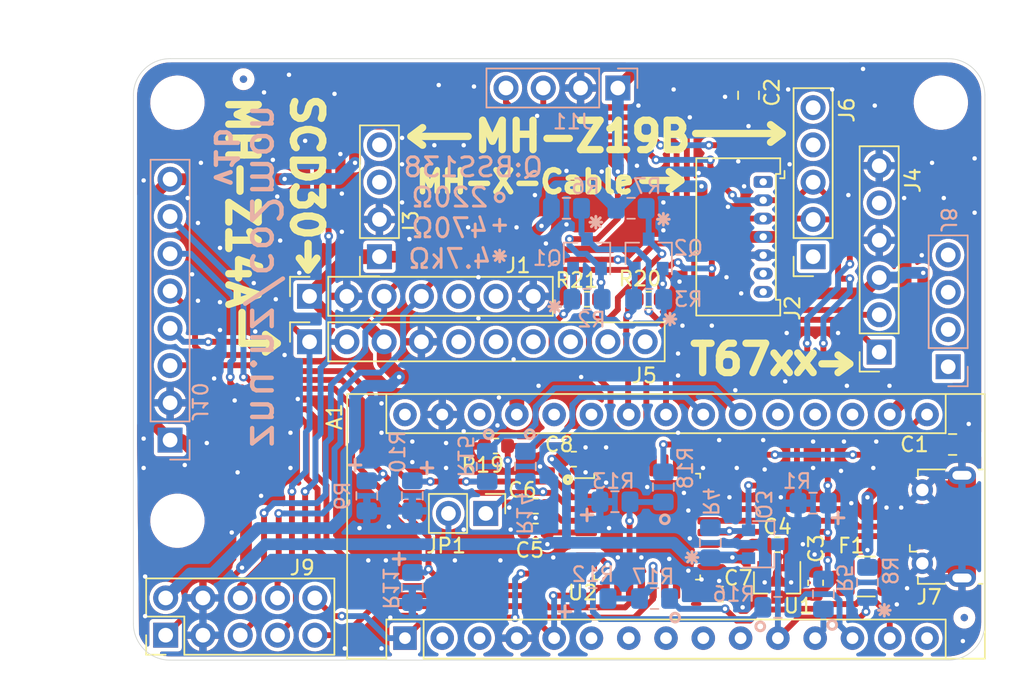
<source format=kicad_pcb>
(kicad_pcb (version 20201002) (generator pcbnew)
  (layers (0 "F.Cu" signal) (31 "B.Cu" signal) (34 "B.Paste" user) (35 "F.Paste" user) (36 "B.SilkS" user "B.Silkscreen") (37 "F.SilkS" user "F.Silkscreen") (38 "B.Mask" user) (39 "F.Mask" user) (44 "Edge.Cuts" user))
  (net 0 "")
  (net 1 "Net-(A1-Pad25)")
  (net 2 "Net-(A1-Pad26)")
  (net 3 "GND")
  (net 4 "/AVR_SDA")
  (net 5 "/AVR_SCL")
  (net 6 "/~RST_STM32")
  (net 7 "Net-(A1-Pad2)")
  (net 8 "+3V3")
  (net 9 "/~TFT_CS")
  (net 10 "/~TFT_RST")
  (net 11 "/TFT_A0")
  (net 12 "/MOSI")
  (net 13 "/SCK")
  (net 14 "Net-(A1-Pad3)")
  (net 15 "Net-(A1-Pad6)")
  (net 16 "Net-(A1-Pad7)")
  (net 17 "Net-(A1-Pad8)")
  (net 18 "Net-(A1-Pad9)")
  (net 19 "+5V")
  (net 20 "/SCL")
  (net 21 "/SDA")
  (net 22 "Net-(A1-Pad10)")
  (net 23 "/USB_DP")
  (net 24 "Net-(A1-Pad13)")
  (net 25 "/USB_DM")
  (net 26 "/BOOT0")
  (net 27 "/TFT_A0_5V")
  (net 28 "/~TFT_RST_5V")
  (net 29 "Net-(A1-Pad15)")
  (net 30 "Net-(A1-Pad18)")
  (net 31 "Net-(A1-Pad19)")
  (net 32 "/SWCLK")
  (net 33 "/SWDIO")
  (net 34 "/MCU_TX2")
  (net 35 "/MCU_RX2")
  (net 36 "Net-(A1-Pad20)")
  (net 37 "/AVR_MOSI")
  (net 38 "Net-(A1-Pad28)")
  (net 39 "/AVR_SCK")
  (net 40 "Net-(A1-Pad30)")
  (net 41 "Net-(F1-Pad2)")
  (net 42 "Net-(J1-Pad6)")
  (net 43 "Net-(J2-Pad1)")
  (net 44 "/MCU_RX")
  (net 45 "/MCU_TX")
  (net 46 "Net-(J2-Pad6)")
  (net 47 "Net-(J2-Pad7)")
  (net 48 "Net-(J3-Pad3)")
  (net 49 "Net-(J3-Pad4)")
  (net 50 "Net-(J4-Pad5)")
  (net 51 "Net-(J5-Pad5)")
  (net 52 "Net-(J5-Pad6)")
  (net 53 "Net-(J5-Pad7)")
  (net 54 "Net-(J5-Pad8)")
  (net 55 "Net-(J5-Pad9)")
  (net 56 "Net-(J5-Pad10)")
  (net 57 "/SCD30_RDY")
  (net 58 "Net-(J6-Pad1)")
  (net 59 "Net-(J6-Pad4)")
  (net 60 "Net-(J6-Pad5)")
  (net 61 "/AVR_RX")
  (net 62 "/AVR_TX")
  (net 63 "Net-(J7-Pad4)")
  (net 64 "Net-(J8-Pad1)")
  (net 65 "Net-(J8-Pad2)")
  (net 66 "Net-(J8-Pad3)")
  (net 67 "Net-(J8-Pad4)")
  (net 68 "Net-(U2-Pad6)")
  (net 69 "Net-(U2-Pad10)")
  (net 70 "Net-(U2-Pad12)")
  (net 71 "Net-(U2-Pad14)")
  (net 72 "Net-(U2-Pad15)")
  (net 73 "Net-(U2-Pad18)")
  (net 74 "Net-(U2-Pad25)")
  (net 75 "Net-(U2-Pad26)")
  (net 76 "Net-(U2-Pad27)")
  (net 77 "Net-(U2-Pad28)")
  (module "Connector_PinSocket_2.54mm:PinSocket_1x06_P2.54mm_Vertical" (layer "F.Cu") (at 140.8 115 180)
    (fp_text reference "J4" (at -2.3 11.7 270) (layer "F.SilkS"))
    (fp_text value "T67xx_Conn" hide)
    (pad "1" thru_hole rect (at 0 0 180) (size 1.7 1.7) (drill 1) (layers *.Cu *.Mask) (net 21 "/SDA"))
    (pad "2" thru_hole oval (at 0 2.54 180) (size 1.7 1.7) (drill 1) (layers *.Cu *.Mask) (net 20 "/SCL"))
    (pad "3" thru_hole oval (at 0 5.08 180) (size 1.7 1.7) (drill 1) (layers *.Cu *.Mask) (net 19 "+5V"))
    (pad "4" thru_hole oval (at 0 7.62 180) (size 1.7 1.7) (drill 1) (layers *.Cu *.Mask) (net 3 "GND"))
    (pad "5" thru_hole oval (at 0 10.16 180) (size 1.7 1.7) (drill 1) (layers *.Cu *.Mask) (net 50 "Net-(J4-Pad5)"))
    (pad "6" thru_hole oval (at 0 12.7 180) (size 1.7 1.7) (drill 1) (layers *.Cu *.Mask) (net 3 "GND"))
  )
  (module "Fiducial:Fiducial_0.5mm_Mask1.5mm" (layer "F.Cu") (at 97.5 96.4)
    (fp_text reference "FID1" hide)
    (fp_text value "Fiducial" hide)
    (pad "" smd circle (at 0 0) (size 0.5 0.5) (layers "F.Cu" "F.Mask") (clearance 0.5))
  )
  (module "MountingHole:MountingHole_3.2mm_M3" (layer "F.Cu") (at 93 98)
    (fp_text reference "H1" hide)
    (fp_text value "MountingHole" hide)
    (pad "1" np_thru_hole circle (at 0 0) (size 3.2 3.2) (drill 3.2) (layers *.Cu *.Mask))
  )
  (module "Connector_PinHeader_2.54mm:PinHeader_1x02_P2.54mm_Vertical" (layer "F.Cu") (at 114 126 -90)
    (fp_text reference "JP1" (at 2.2 2.7) (layer "F.SilkS"))
    (fp_text value "BOOT_SEL")
    (pad "1" thru_hole rect (at 0 0 270) (size 1.7 1.7) (drill 1) (layers *.Cu *.Mask) (net 26 "/BOOT0"))
    (pad "2" thru_hole oval (at 0 2.54 270) (size 1.7 1.7) (drill 1) (layers *.Cu *.Mask) (net 8 "+3V3"))
  )
  (module "Fiducial:Fiducial_0.5mm_Mask1.5mm" (layer "F.Cu") (at 146.6 133.1)
    (fp_text reference "FID4" hide)
    (fp_text value "Fiducial" hide)
    (pad "" smd circle (at 0 0) (size 0.5 0.5) (layers "F.Cu" "F.Mask") (clearance 0.5))
  )
  (module "Package_QFP:LQFP-32_7x7mm_P0.8mm" (layer "F.Cu") (at 125 126.9)
    (fp_text reference "U2" (at -4.4 4.5) (layer "F.SilkS"))
    (fp_text value "STM32F042K6Tx")
    (pad "1" smd roundrect (at -4.175 -2.8) (size 1.5 0.5) (layers "F.Cu" "F.Paste" "F.Mask") (net 8 "+3V3"))
    (pad "2" smd roundrect (at -4.175 -2) (size 1.5 0.5) (layers "F.Cu" "F.Paste" "F.Mask") (net 10 "/~TFT_RST"))
    (pad "3" smd roundrect (at -4.175 -1.2) (size 1.5 0.5) (layers "F.Cu" "F.Paste" "F.Mask") (net 11 "/TFT_A0"))
    (pad "4" smd roundrect (at -4.175 -0.4) (size 1.5 0.5) (layers "F.Cu" "F.Paste" "F.Mask") (net 6 "/~RST_STM32"))
    (pad "5" smd roundrect (at -4.175 0.4) (size 1.5 0.5) (layers "F.Cu" "F.Paste" "F.Mask") (net 8 "+3V3"))
    (pad "6" smd roundrect (at -4.175 1.2) (size 1.5 0.5) (layers "F.Cu" "F.Paste" "F.Mask") (net 68 "Net-(U2-Pad6)"))
    (pad "7" smd roundrect (at -4.175 2) (size 1.5 0.5) (layers "F.Cu" "F.Paste" "F.Mask") (net 9 "/~TFT_CS"))
    (pad "8" smd roundrect (at -4.175 2.8) (size 1.5 0.5) (layers "F.Cu" "F.Paste" "F.Mask") (net 34 "/MCU_TX2"))
    (pad "9" smd roundrect (at -2.8 4.175) (size 0.5 1.5) (layers "F.Cu" "F.Paste" "F.Mask") (net 35 "/MCU_RX2"))
    (pad "10" smd roundrect (at -2 4.175) (size 0.5 1.5) (layers "F.Cu" "F.Paste" "F.Mask") (net 69 "Net-(U2-Pad10)"))
    (pad "11" smd roundrect (at -1.2 4.175) (size 0.5 1.5) (layers "F.Cu" "F.Paste" "F.Mask") (net 13 "/SCK"))
    (pad "12" smd roundrect (at -0.4 4.175) (size 0.5 1.5) (layers "F.Cu" "F.Paste" "F.Mask") (net 70 "Net-(U2-Pad12)"))
    (pad "13" smd roundrect (at 0.4 4.175) (size 0.5 1.5) (layers "F.Cu" "F.Paste" "F.Mask") (net 12 "/MOSI"))
    (pad "14" smd roundrect (at 1.2 4.175) (size 0.5 1.5) (layers "F.Cu" "F.Paste" "F.Mask") (net 71 "Net-(U2-Pad14)"))
    (pad "15" smd roundrect (at 2 4.175) (size 0.5 1.5) (layers "F.Cu" "F.Paste" "F.Mask") (net 72 "Net-(U2-Pad15)"))
    (pad "16" smd roundrect (at 2.8 4.175) (size 0.5 1.5) (layers "F.Cu" "F.Paste" "F.Mask") (net 3 "GND"))
    (pad "17" smd roundrect (at 4.175 2.8) (size 1.5 0.5) (layers "F.Cu" "F.Paste" "F.Mask") (net 8 "+3V3"))
    (pad "18" smd roundrect (at 4.175 2) (size 1.5 0.5) (layers "F.Cu" "F.Paste" "F.Mask") (net 73 "Net-(U2-Pad18)"))
    (pad "19" smd roundrect (at 4.175 1.2) (size 1.5 0.5) (layers "F.Cu" "F.Paste" "F.Mask") (net 45 "/MCU_TX"))
    (pad "20" smd roundrect (at 4.175 0.4) (size 1.5 0.5) (layers "F.Cu" "F.Paste" "F.Mask") (net 44 "/MCU_RX"))
    (pad "21" smd roundrect (at 4.175 -0.4) (size 1.5 0.5) (layers "F.Cu" "F.Paste" "F.Mask") (net 25 "/USB_DM"))
    (pad "22" smd roundrect (at 4.175 -1.2) (size 1.5 0.5) (layers "F.Cu" "F.Paste" "F.Mask") (net 23 "/USB_DP"))
    (pad "23" smd roundrect (at 4.175 -2) (size 1.5 0.5) (layers "F.Cu" "F.Paste" "F.Mask") (net 33 "/SWDIO"))
    (pad "24" smd roundrect (at 4.175 -2.8) (size 1.5 0.5) (layers "F.Cu" "F.Paste" "F.Mask") (net 32 "/SWCLK"))
    (pad "25" smd roundrect (at 2.8 -4.175) (size 0.5 1.5) (layers "F.Cu" "F.Paste" "F.Mask") (net 74 "Net-(U2-Pad25)"))
    (pad "26" smd roundrect (at 2 -4.175) (size 0.5 1.5) (layers "F.Cu" "F.Paste" "F.Mask") (net 75 "Net-(U2-Pad26)"))
    (pad "27" smd roundrect (at 1.2 -4.175) (size 0.5 1.5) (layers "F.Cu" "F.Paste" "F.Mask") (net 76 "Net-(U2-Pad27)"))
    (pad "28" smd roundrect (at 0.4 -4.175) (size 0.5 1.5) (layers "F.Cu" "F.Paste" "F.Mask") (net 77 "Net-(U2-Pad28)"))
    (pad "29" smd roundrect (at -0.4 -4.175) (size 0.5 1.5) (layers "F.Cu" "F.Paste" "F.Mask") (net 20 "/SCL"))
    (pad "30" smd roundrect (at -1.2 -4.175) (size 0.5 1.5) (layers "F.Cu" "F.Paste" "F.Mask") (net 21 "/SDA"))
    (pad "31" smd roundrect (at -2 -4.175) (size 0.5 1.5) (layers "F.Cu" "F.Paste" "F.Mask") (net 26 "/BOOT0"))
    (pad "32" smd roundrect (at -2.8 -4.175) (size 0.5 1.5) (layers "F.Cu" "F.Paste" "F.Mask") (net 3 "GND"))
  )
  (module "Capacitor_SMD:C_0603_1608Metric" (layer "F.Cu") (at 117.4 125.5 180)
    (fp_text reference "C5" (at 0.4 -3) (layer "F.SilkS"))
    (fp_text value "0.1u")
    (pad "1" smd roundrect (at -0.7875 0 180) (size 0.875 0.95) (layers "F.Cu" "F.Paste" "F.Mask") (net 6 "/~RST_STM32"))
    (pad "2" smd roundrect (at 0.7875 0 180) (size 0.875 0.95) (layers "F.Cu" "F.Paste" "F.Mask") (net 3 "GND"))
  )
  (module "Module:Arduino_Nano" (layer "F.Cu") (at 108.5 134.5 90)
    (fp_text reference "A1" (at 15.1 -4.8 90) (layer "F.SilkS"))
    (fp_text value "Arduino_Nano_v3.x")
    (pad "1" thru_hole rect (at 0 0 90) (size 1.6 1.6) (drill 0.8) (layers *.Cu *.Mask) (net 34 "/MCU_TX2"))
    (pad "2" thru_hole oval (at 0 2.54 90) (size 1.6 1.6) (drill 0.8) (layers *.Cu *.Mask) (net 7 "Net-(A1-Pad2)"))
    (pad "3" thru_hole oval (at 0 5.08 90) (size 1.6 1.6) (drill 0.8) (layers *.Cu *.Mask) (net 14 "Net-(A1-Pad3)"))
    (pad "4" thru_hole oval (at 0 7.62 90) (size 1.6 1.6) (drill 0.8) (layers *.Cu *.Mask) (net 3 "GND"))
    (pad "5" thru_hole oval (at 0 10.16 90) (size 1.6 1.6) (drill 0.8) (layers *.Cu *.Mask) (net 35 "/MCU_RX2"))
    (pad "6" thru_hole oval (at 0 12.7 90) (size 1.6 1.6) (drill 0.8) (layers *.Cu *.Mask) (net 15 "Net-(A1-Pad6)"))
    (pad "7" thru_hole oval (at 0 15.24 90) (size 1.6 1.6) (drill 0.8) (layers *.Cu *.Mask) (net 16 "Net-(A1-Pad7)"))
    (pad "8" thru_hole oval (at 0 17.78 90) (size 1.6 1.6) (drill 0.8) (layers *.Cu *.Mask) (net 17 "Net-(A1-Pad8)"))
    (pad "9" thru_hole oval (at 0 20.32 90) (size 1.6 1.6) (drill 0.8) (layers *.Cu *.Mask) (net 18 "Net-(A1-Pad9)"))
    (pad "10" thru_hole oval (at 0 22.86 90) (size 1.6 1.6) (drill 0.8) (layers *.Cu *.Mask) (net 22 "Net-(A1-Pad10)"))
    (pad "11" thru_hole oval (at 0 25.4 90) (size 1.6 1.6) (drill 0.8) (layers *.Cu *.Mask) (net 61 "/AVR_RX"))
    (pad "12" thru_hole oval (at 0 27.94 90) (size 1.6 1.6) (drill 0.8) (layers *.Cu *.Mask) (net 62 "/AVR_TX"))
    (pad "13" thru_hole oval (at 0 30.48 90) (size 1.6 1.6) (drill 0.8) (layers *.Cu *.Mask) (net 24 "Net-(A1-Pad13)"))
    (pad "14" thru_hole oval (at 0 33.02 90) (size 1.6 1.6) (drill 0.8) (layers *.Cu *.Mask) (net 37 "/AVR_MOSI"))
    (pad "15" thru_hole oval (at 0 35.56 90) (size 1.6 1.6) (drill 0.8) (layers *.Cu *.Mask) (net 29 "Net-(A1-Pad15)"))
    (pad "16" thru_hole oval (at 15.24 35.56 90) (size 1.6 1.6) (drill 0.8) (layers *.Cu *.Mask) (net 39 "/AVR_SCK"))
    (pad "17" thru_hole oval (at 15.24 33.02 90) (size 1.6 1.6) (drill 0.8) (layers *.Cu *.Mask) (net 8 "+3V3"))
    (pad "18" thru_hole oval (at 15.24 30.48 90) (size 1.6 1.6) (drill 0.8) (layers *.Cu *.Mask) (net 30 "Net-(A1-Pad18)"))
    (pad "19" thru_hole oval (at 15.24 27.94 90) (size 1.6 1.6) (drill 0.8) (layers *.Cu *.Mask) (net 31 "Net-(A1-Pad19)"))
    (pad "20" thru_hole oval (at 15.24 25.4 90) (size 1.6 1.6) (drill 0.8) (layers *.Cu *.Mask) (net 36 "Net-(A1-Pad20)"))
    (pad "21" thru_hole oval (at 15.24 22.86 90) (size 1.6 1.6) (drill 0.8) (layers *.Cu *.Mask) (net 28 "/~TFT_RST_5V"))
    (pad "22" thru_hole oval (at 15.24 20.32 90) (size 1.6 1.6) (drill 0.8) (layers *.Cu *.Mask) (net 27 "/TFT_A0_5V"))
    (pad "23" thru_hole oval (at 15.24 17.78 90) (size 1.6 1.6) (drill 0.8) (layers *.Cu *.Mask) (net 4 "/AVR_SDA"))
    (pad "24" thru_hole oval (at 15.24 15.24 90) (size 1.6 1.6) (drill 0.8) (layers *.Cu *.Mask) (net 5 "/AVR_SCL"))
    (pad "25" thru_hole oval (at 15.24 12.7 90) (size 1.6 1.6) (drill 0.8) (layers *.Cu *.Mask) (net 1 "Net-(A1-Pad25)"))
    (pad "26" thru_hole oval (at 15.24 10.16 90) (size 1.6 1.6) (drill 0.8) (layers *.Cu *.Mask) (net 2 "Net-(A1-Pad26)"))
    (pad "27" thru_hole oval (at 15.24 7.62 90) (size 1.6 1.6) (drill 0.8) (layers *.Cu *.Mask) (net 19 "+5V"))
    (pad "28" thru_hole oval (at 15.24 5.08 90) (size 1.6 1.6) (drill 0.8) (layers *.Cu *.Mask) (net 38 "Net-(A1-Pad28)"))
    (pad "29" thru_hole oval (at 15.24 2.54 90) (size 1.6 1.6) (drill 0.8) (layers *.Cu *.Mask) (net 3 "GND"))
    (pad "30" thru_hole oval (at 15.24 0 90) (size 1.6 1.6) (drill 0.8) (layers *.Cu *.Mask) (net 40 "Net-(A1-Pad30)"))
  )
  (module "Resistor_SMD:R_0603_1608Metric" (layer "F.Cu") (at 114.7 121.4)
    (fp_text reference "R19" (at -0.9 1.3) (layer "F.SilkS"))
    (fp_text value "4.7k")
    (pad "1" smd roundrect (at -0.7875 0) (size 0.875 0.95) (layers "F.Cu" "F.Paste" "F.Mask") (net 3 "GND"))
    (pad "2" smd roundrect (at 0.7875 0) (size 0.875 0.95) (layers "F.Cu" "F.Paste" "F.Mask") (net 26 "/BOOT0"))
  )
  (module "Capacitor_SMD:C_0805_2012Metric_Pad1.15x1.40mm_HandSolder" (layer "F.Cu") (at 131.9 97.5 90)
    (fp_text reference "C2" (at 0.2 1.6 90) (layer "F.SilkS"))
    (fp_text value "DNP")
    (pad "1" smd roundrect (at -1.025 0 90) (size 1.15 1.4) (layers "F.Cu" "F.Paste" "F.Mask") (roundrect_rratio 0.2173913043478261) (net 3 "GND"))
    (pad "2" smd roundrect (at 1.025 0 90) (size 1.15 1.4) (layers "F.Cu" "F.Paste" "F.Mask") (roundrect_rratio 0.2173913043478261) (net 8 "+3V3"))
  )
  (module "MountingHole:MountingHole_3.2mm_M3" (layer "F.Cu") (at 145 98)
    (fp_text reference "H3" hide)
    (fp_text value "MountingHole" hide)
    (pad "1" np_thru_hole circle (at 0 0) (size 3.2 3.2) (drill 3.2) (layers *.Cu *.Mask))
  )
  (module "Capacitor_SMD:C_0603_1608Metric" (layer "F.Cu") (at 136.47 130.73 -90)
    (fp_text reference "C3" (at -2.33 -0.03 90) (layer "F.SilkS"))
    (fp_text value "4.7u")
    (pad "1" smd roundrect (at -0.7875 0 270) (size 0.875 0.95) (layers "F.Cu" "F.Paste" "F.Mask") (net 3 "GND"))
    (pad "2" smd roundrect (at 0.7875 0 270) (size 0.875 0.95) (layers "F.Cu" "F.Paste" "F.Mask") (net 19 "+5V"))
  )
  (module "MountingHole:MountingHole_3.2mm_M3" (layer "F.Cu") (at 93 126.5)
    (fp_text reference "H2" hide)
    (fp_text value "MountingHole" hide)
    (pad "1" np_thru_hole circle (at 0 0) (size 3.2 3.2) (drill 3.2) (layers *.Cu *.Mask))
  )
  (module "Connector_PinSocket_2.54mm:PinSocket_1x04_P2.54mm_Vertical" (layer "F.Cu") (at 106.76 108.5 180)
    (fp_text reference "J3" (at -2.14 2.3 90) (layer "F.SilkS"))
    (fp_text value "Z19B_Conn2" hide)
    (pad "1" thru_hole rect (at 0 0 180) (size 1.7 1.7) (drill 1) (layers *.Cu *.Mask) (net 19 "+5V"))
    (pad "2" thru_hole oval (at 0 2.54 180) (size 1.7 1.7) (drill 1) (layers *.Cu *.Mask) (net 3 "GND"))
    (pad "3" thru_hole oval (at 0 5.08 180) (size 1.7 1.7) (drill 1) (layers *.Cu *.Mask) (net 48 "Net-(J3-Pad3)"))
    (pad "4" thru_hole oval (at 0 7.62 180) (size 1.7 1.7) (drill 1) (layers *.Cu *.Mask) (net 49 "Net-(J3-Pad4)"))
  )
  (module "Resistor_SMD:R_0603_1608Metric" (layer "F.Cu") (at 120.9 111.4)
    (fp_text reference "R21" (at -0.7 -1.3) (layer "F.SilkS"))
    (fp_text value "4.7k")
    (pad "1" smd roundrect (at -0.7875 0) (size 0.875 0.95) (layers "F.Cu" "F.Paste" "F.Mask") (net 21 "/SDA"))
    (pad "2" smd roundrect (at 0.7875 0) (size 0.875 0.95) (layers "F.Cu" "F.Paste" "F.Mask") (net 8 "+3V3"))
  )
  (module "Connector_PinSocket_2.54mm:PinSocket_1x10_P2.54mm_Vertical" (layer "F.Cu") (at 102 114.3 90)
    (fp_text reference "J5" (at -2.3 22.8 180) (layer "F.SilkS"))
    (fp_text value "Z14A_Conn" hide)
    (pad "1" thru_hole rect (at 0 0 90) (size 1.7 1.7) (drill 1) (layers *.Cu *.Mask) (net 44 "/MCU_RX"))
    (pad "2" thru_hole oval (at 0 2.54 90) (size 1.7 1.7) (drill 1) (layers *.Cu *.Mask) (net 45 "/MCU_TX"))
    (pad "3" thru_hole oval (at 0 5.08 90) (size 1.7 1.7) (drill 1) (layers *.Cu *.Mask) (net 19 "+5V"))
    (pad "4" thru_hole oval (at 0 7.62 90) (size 1.7 1.7) (drill 1) (layers *.Cu *.Mask) (net 3 "GND"))
    (pad "5" thru_hole oval (at 0 10.16 90) (size 1.7 1.7) (drill 1) (layers *.Cu *.Mask) (net 51 "Net-(J5-Pad5)"))
    (pad "6" thru_hole oval (at 0 12.7 90) (size 1.7 1.7) (drill 1) (layers *.Cu *.Mask) (net 52 "Net-(J5-Pad6)"))
    (pad "7" thru_hole oval (at 0 15.24 90) (size 1.7 1.7) (drill 1) (layers *.Cu *.Mask) (net 53 "Net-(J5-Pad7)"))
    (pad "8" thru_hole oval (at 0 17.78 90) (size 1.7 1.7) (drill 1) (layers *.Cu *.Mask) (net 54 "Net-(J5-Pad8)"))
    (pad "9" thru_hole oval (at 0 20.32 90) (size 1.7 1.7) (drill 1) (layers *.Cu *.Mask) (net 55 "Net-(J5-Pad9)"))
    (pad "10" thru_hole oval (at 0 22.86 90) (size 1.7 1.7) (drill 1) (layers *.Cu *.Mask) (net 56 "Net-(J5-Pad10)"))
  )
  (module "Capacitor_SMD:C_0603_1608Metric" (layer "F.Cu") (at 117.4 127.2)
    (fp_text reference "C6" (at -0.9 -2.8) (layer "F.SilkS"))
    (fp_text value "0.1u")
    (pad "1" smd roundrect (at -0.7875 0) (size 0.875 0.95) (layers "F.Cu" "F.Paste" "F.Mask") (net 3 "GND"))
    (pad "2" smd roundrect (at 0.7875 0) (size 0.875 0.95) (layers "F.Cu" "F.Paste" "F.Mask") (net 8 "+3V3"))
  )
  (module "Capacitor_SMD:C_0603_1608Metric" (layer "F.Cu") (at 120 122.3 180)
    (fp_text reference "C8" (at 1 1) (layer "F.SilkS"))
    (fp_text value "0.1u")
    (pad "1" smd roundrect (at -0.7875 0 180) (size 0.875 0.95) (layers "F.Cu" "F.Paste" "F.Mask") (net 3 "GND"))
    (pad "2" smd roundrect (at 0.7875 0 180) (size 0.875 0.95) (layers "F.Cu" "F.Paste" "F.Mask") (net 8 "+3V3"))
  )
  (module "Connector_PinHeader_2.54mm:PinHeader_2x05_P2.54mm_Vertical" (layer "F.Cu") (at 92.2 134.3 90)
    (fp_text reference "J9" (at 4.6 9.3 180) (layer "F.SilkS"))
    (fp_text value "expansion")
    (pad "1" thru_hole rect (at 0 0 90) (size 1.7 1.7) (drill 1) (layers *.Cu *.Mask) (net 8 "+3V3"))
    (pad "2" thru_hole oval (at 2.54 0 90) (size 1.7 1.7) (drill 1) (layers *.Cu *.Mask) (net 19 "+5V"))
    (pad "3" thru_hole oval (at 0 2.54 90) (size 1.7 1.7) (drill 1) (layers *.Cu *.Mask) (net 3 "GND"))
    (pad "4" thru_hole oval (at 2.54 2.54 90) (size 1.7 1.7) (drill 1) (layers *.Cu *.Mask) (net 3 "GND"))
    (pad "5" thru_hole oval (at 0 5.08 90) (size 1.7 1.7) (drill 1) (layers *.Cu *.Mask) (net 21 "/SDA"))
    (pad "6" thru_hole oval (at 2.54 5.08 90) (size 1.7 1.7) (drill 1) (layers *.Cu *.Mask) (net 20 "/SCL"))
    (pad "7" thru_hole oval (at 0 7.62 90) (size 1.7 1.7) (drill 1) (layers *.Cu *.Mask) (net 45 "/MCU_TX"))
    (pad "8" thru_hole oval (at 2.54 7.62 90) (size 1.7 1.7) (drill 1) (layers *.Cu *.Mask) (net 44 "/MCU_RX"))
    (pad "9" thru_hole oval (at 0 10.16 90) (size 1.7 1.7) (drill 1) (layers *.Cu *.Mask) (net 35 "/MCU_RX2"))
    (pad "10" thru_hole oval (at 2.54 10.16 90) (size 1.7 1.7) (drill 1) (layers *.Cu *.Mask) (net 34 "/MCU_TX2"))
  )
  (module "Capacitor_SMD:C_0603_1608Metric" (layer "F.Cu") (at 133.87 128.13 180)
    (fp_text reference "C4" (at 0 1.23) (layer "F.SilkS"))
    (fp_text value "4.7u")
    (pad "1" smd roundrect (at -0.7875 0 180) (size 0.875 0.95) (layers "F.Cu" "F.Paste" "F.Mask") (net 3 "GND"))
    (pad "2" smd roundrect (at 0.7875 0 180) (size 0.875 0.95) (layers "F.Cu" "F.Paste" "F.Mask") (net 8 "+3V3"))
  )
  (module "Capacitor_SMD:C_0805_2012Metric_Pad1.15x1.40mm_HandSolder" (layer "F.Cu") (at 145.8 121.3 180)
    (fp_text reference "C1" (at 2.6 0) (layer "F.SilkS"))
    (fp_text value "DNP")
    (pad "1" smd roundrect (at -1.025 0 180) (size 1.15 1.4) (layers "F.Cu" "F.Paste" "F.Mask") (roundrect_rratio 0.2173913043478261) (net 3 "GND"))
    (pad "2" smd roundrect (at 1.025 0 180) (size 1.15 1.4) (layers "F.Cu" "F.Paste" "F.Mask") (roundrect_rratio 0.2173913043478261) (net 19 "+5V"))
  )
  (module "Connector_Molex:Molex_PicoBlade_53048-0710_1x07_P1.25mm_Horizontal" (layer "F.Cu") (at 132.9 103.4 -90)
    (fp_text reference "J2" (at 8.6 -2 90) (layer "F.SilkS"))
    (fp_text value "MH_Conn" hide)
    (pad "1" thru_hole roundrect (at 0 0 270) (size 0.8 1.3) (drill 0.5) (layers *.Cu *.Mask) (net 43 "Net-(J2-Pad1)"))
    (pad "2" thru_hole oval (at 1.25 0 270) (size 0.8 1.3) (drill 0.5) (layers *.Cu *.Mask) (net 44 "/MCU_RX"))
    (pad "3" thru_hole oval (at 2.5 0 270) (size 0.8 1.3) (drill 0.5) (layers *.Cu *.Mask) (net 45 "/MCU_TX"))
    (pad "4" thru_hole oval (at 3.75 0 270) (size 0.8 1.3) (drill 0.5) (layers *.Cu *.Mask) (net 19 "+5V"))
    (pad "5" thru_hole oval (at 5 0 270) (size 0.8 1.3) (drill 0.5) (layers *.Cu *.Mask) (net 3 "GND"))
    (pad "6" thru_hole oval (at 6.25 0 270) (size 0.8 1.3) (drill 0.5) (layers *.Cu *.Mask) (net 46 "Net-(J2-Pad6)"))
    (pad "7" thru_hole oval (at 7.5 0 270) (size 0.8 1.3) (drill 0.5) (layers *.Cu *.Mask) (net 47 "Net-(J2-Pad7)"))
  )
  (module "Fuse:Fuse_1210_3225Metric" (layer "F.Cu") (at 139.9 130.3)
    (fp_text reference "F1" (at -1 -2.1) (layer "F.SilkS"))
    (fp_text value "MICROSMD050F-2")
    (pad "1" smd roundrect (at -1.4 0) (size 1.25 2.65) (layers "F.Cu" "F.Paste" "F.Mask") (roundrect_rratio 0.2) (net 19 "+5V"))
    (pad "2" smd roundrect (at 1.4 0) (size 1.25 2.65) (layers "F.Cu" "F.Paste" "F.Mask") (roundrect_rratio 0.2) (net 41 "Net-(F1-Pad2)"))
  )
  (module "Connector_PinSocket_2.54mm:PinSocket_1x05_P2.54mm_Vertical" (layer "F.Cu") (at 136.3 108.5 180)
    (fp_text reference "J6" (at -2.3 10 90) (layer "F.SilkS"))
    (fp_text value "Z19B_Conn1" hide)
    (pad "1" thru_hole rect (at 0 0 180) (size 1.7 1.7) (drill 1) (layers *.Cu *.Mask) (net 58 "Net-(J6-Pad1)"))
    (pad "2" thru_hole oval (at 0 2.54 180) (size 1.7 1.7) (drill 1) (layers *.Cu *.Mask) (net 45 "/MCU_TX"))
    (pad "3" thru_hole oval (at 0 5.08 180) (size 1.7 1.7) (drill 1) (layers *.Cu *.Mask) (net 44 "/MCU_RX"))
    (pad "4" thru_hole oval (at 0 7.62 180) (size 1.7 1.7) (drill 1) (layers *.Cu *.Mask) (net 59 "Net-(J6-Pad4)"))
    (pad "5" thru_hole oval (at 0 10.16 180) (size 1.7 1.7) (drill 1) (layers *.Cu *.Mask) (net 60 "Net-(J6-Pad5)"))
  )
  (module "Connector_USB:USB_Micro-B_Molex-105017-0001" (layer "F.Cu") (at 145.2 126.9 90)
    (fp_text reference "J7" (at -4.8 -1 180) (layer "F.SilkS"))
    (fp_text value "USB_B_Micro" hide)
    (pad "1" smd rect (at -1.3 -1.4625 90) (size 0.4 1.35) (layers "F.Cu" "F.Paste" "F.Mask") (net 41 "Net-(F1-Pad2)"))
    (pad "2" smd rect (at -0.65 -1.4625 90) (size 0.4 1.35) (layers "F.Cu" "F.Paste" "F.Mask") (net 25 "/USB_DM"))
    (pad "3" smd rect (at 0 -1.4625 90) (size 0.4 1.35) (layers "F.Cu" "F.Paste" "F.Mask") (net 23 "/USB_DP"))
    (pad "4" smd rect (at 0.65 -1.4625 90) (size 0.4 1.35) (layers "F.Cu" "F.Paste" "F.Mask") (net 63 "Net-(J7-Pad4)"))
    (pad "5" smd rect (at 1.3 -1.4625 90) (size 0.4 1.35) (layers "F.Cu" "F.Paste" "F.Mask") (net 3 "GND"))
    (pad "6" thru_hole circle (at 2.5 -1.4625 90) (size 1.45 1.45) (drill 0.85) (layers *.Cu *.Mask) (net 3 "GND"))
    (pad "6" smd rect (at -2.9 1.2375 90) (size 1.2 1.9) (layers "F.Cu" "F.Mask") (net 3 "GND"))
    (pad "6" thru_hole circle (at -2.5 -1.4625 90) (size 1.45 1.45) (drill 0.85) (layers *.Cu *.Mask) (net 3 "GND"))
    (pad "6" smd rect (at 1 1.2375 90) (size 1.5 1.9) (layers "F.Cu" "F.Paste" "F.Mask") (net 3 "GND"))
    (pad "6" smd rect (at 2.9 1.2375 90) (size 1.2 1.9) (layers "F.Cu" "F.Mask") (net 3 "GND"))
    (pad "6" smd rect (at -1 1.2375 90) (size 1.5 1.9) (layers "F.Cu" "F.Paste" "F.Mask") (net 3 "GND"))
    (pad "6" thru_hole oval (at -3.5 1.2375 270) (size 1.2 1.9) (drill oval 0.6 1.3) (layers *.Cu *.Mask) (net 3 "GND"))
    (pad "6" thru_hole oval (at 3.5 1.2375 90) (size 1.2 1.9) (drill oval 0.6 1.3) (layers *.Cu *.Mask) (net 3 "GND"))
  )
  (module "Connector_PinSocket_2.54mm:PinSocket_1x07_P2.54mm_Vertical" (layer "F.Cu") (at 102 111.2 90)
    (fp_text reference "J1" (at 2.1 14.2 180) (layer "F.SilkS"))
    (fp_text value "SCD30_Conn" hide)
    (pad "1" thru_hole rect (at 0 0 90) (size 1.7 1.7) (drill 1) (layers *.Cu *.Mask) (net 19 "+5V"))
    (pad "2" thru_hole oval (at 0 2.54 90) (size 1.7 1.7) (drill 1) (layers *.Cu *.Mask) (net 3 "GND"))
    (pad "3" thru_hole oval (at 0 5.08 90) (size 1.7 1.7) (drill 1) (layers *.Cu *.Mask) (net 20 "/SCL"))
    (pad "4" thru_hole oval (at 0 7.62 90) (size 1.7 1.7) (drill 1) (layers *.Cu *.Mask) (net 21 "/SDA"))
    (pad "5" thru_hole oval (at 0 10.16 90) (size 1.7 1.7) (drill 1) (layers *.Cu *.Mask) (net 57 "/SCD30_RDY"))
    (pad "6" thru_hole oval (at 0 12.7 90) (size 1.7 1.7) (drill 1) (layers *.Cu *.Mask) (net 42 "Net-(J1-Pad6)"))
    (pad "7" thru_hole oval (at 0 15.24 90) (size 1.7 1.7) (drill 1) (layers *.Cu *.Mask) (net 3 "GND"))
  )
  (module "Package_TO_SOT_SMD:SOT-23" (layer "F.Cu") (at 133.85 130.7 -90)
    (fp_text reference "U1" (at 1.6 -1.45 180) (layer "F.SilkS"))
    (fp_text value "AP7313-33SR")
    (pad "1" smd rect (at -1 -0.95 270) (size 0.9 0.8) (layers "F.Cu" "F.Paste" "F.Mask") (net 3 "GND"))
    (pad "2" smd rect (at -1 0.95 270) (size 0.9 0.8) (layers "F.Cu" "F.Paste" "F.Mask") (net 8 "+3V3"))
    (pad "3" smd rect (at 1 0 270) (size 0.9 0.8) (layers "F.Cu" "F.Paste" "F.Mask") (net 19 "+5V"))
  )
  (module "Resistor_SMD:R_0603_1608Metric" (layer "F.Cu") (at 125.1 111.4)
    (fp_text reference "R20" (at -0.6 -1.4) (layer "F.SilkS"))
    (fp_text value "4.7k")
    (pad "1" smd roundrect (at -0.7875 0) (size 0.875 0.95) (layers "F.Cu" "F.Paste" "F.Mask") (net 20 "/SCL"))
    (pad "2" smd roundrect (at 0.7875 0) (size 0.875 0.95) (layers "F.Cu" "F.Paste" "F.Mask") (net 8 "+3V3"))
  )
  (module "Capacitor_SMD:C_0603_1608Metric" (layer "F.Cu") (at 130 131.5)
    (fp_text reference "C7" (at 1.2 -1.1) (layer "F.SilkS"))
    (fp_text value "0.1u")
    (pad "1" smd roundrect (at -0.7875 0) (size 0.875 0.95) (layers "F.Cu" "F.Paste" "F.Mask") (net 3 "GND"))
    (pad "2" smd roundrect (at 0.7875 0) (size 0.875 0.95) (layers "F.Cu" "F.Paste" "F.Mask") (net 8 "+3V3"))
  )
  (module "Package_TO_SOT_SMD:SOT-23" (layer "B.Cu") (at 132.9 128.1)
    (fp_text reference "Q3" (at 0 -2.7 270 unlocked) (layer "B.SilkS") (effects (justify mirror)))
    (fp_text value "BSS138")
    (pad "1" smd rect (at -1 0.95) (size 0.9 0.8) (layers "B.Cu" "B.Paste" "B.Mask") (net 8 "+3V3"))
    (pad "2" smd rect (at -1 -0.95) (size 0.9 0.8) (layers "B.Cu" "B.Paste" "B.Mask") (net 44 "/MCU_RX"))
    (pad "3" smd rect (at 1 0) (size 0.9 0.8) (layers "B.Cu" "B.Paste" "B.Mask") (net 61 "/AVR_RX"))
  )
  (module "Resistor_SMD:R_0805_2012Metric_Pad1.15x1.40mm_HandSolder" (layer "B.Cu") (at 109 124.8 -90)
    (fp_text reference "R10" (at -3 1 -270) (layer "B.SilkS") (effects (justify mirror)))
    (fp_text value "470")
    (pad "1" smd roundrect (at -1.025 0 270) (size 1.15 1.4) (layers "B.Cu" "B.Paste" "B.Mask") (roundrect_rratio 0.2173913043478261) (net 10 "/~TFT_RST"))
    (pad "2" smd roundrect (at 1.025 0 270) (size 1.15 1.4) (layers "B.Cu" "B.Paste" "B.Mask") (roundrect_rratio 0.2173913043478261) (net 3 "GND"))
  )
  (module "Connector_PinSocket_2.54mm:PinSocket_1x08_P2.54mm_Vertical" (layer "B.Cu") (at 92.5 121)
    (fp_text reference "J10" (at 2 -2.6 270 unlocked) (layer "B.SilkS") (effects (justify mirror)))
    (fp_text value "TFT_Conn" hide)
    (pad "1" thru_hole rect (at 0 0) (size 1.7 1.7) (drill 1) (layers *.Cu *.Mask) (net 8 "+3V3"))
    (pad "2" thru_hole oval (at 0 -2.54) (size 1.7 1.7) (drill 1) (layers *.Cu *.Mask) (net 3 "GND"))
    (pad "3" thru_hole oval (at 0 -5.08) (size 1.7 1.7) (drill 1) (layers *.Cu *.Mask) (net 9 "/~TFT_CS"))
    (pad "4" thru_hole oval (at 0 -7.62) (size 1.7 1.7) (drill 1) (layers *.Cu *.Mask) (net 10 "/~TFT_RST"))
    (pad "5" thru_hole oval (at 0 -10.16) (size 1.7 1.7) (drill 1) (layers *.Cu *.Mask) (net 11 "/TFT_A0"))
    (pad "6" thru_hole oval (at 0 -12.7) (size 1.7 1.7) (drill 1) (layers *.Cu *.Mask) (net 12 "/MOSI"))
    (pad "7" thru_hole oval (at 0 -15.24) (size 1.7 1.7) (drill 1) (layers *.Cu *.Mask) (net 13 "/SCK"))
    (pad "8" thru_hole oval (at 0 -17.78) (size 1.7 1.7) (drill 1) (layers *.Cu *.Mask) (net 8 "+3V3"))
  )
  (module "Fiducial:Fiducial_0.5mm_Mask1.5mm" (layer "B.Cu") (at 146.6 133.1)
    (fp_text reference "FID3" hide)
    (fp_text value "Fiducial" hide)
    (pad "" smd circle (at 0 0) (size 0.5 0.5) (layers "B.Cu" "B.Mask") (clearance 0.5))
  )
  (module "Resistor_SMD:R_0805_2012Metric_Pad1.15x1.40mm_HandSolder" (layer "B.Cu") (at 126.1 124.2 -90)
    (fp_text reference "R18" (at -1.3 -1.5 -270) (layer "B.SilkS") (effects (justify mirror)))
    (fp_text value "220")
    (pad "1" smd roundrect (at -1.025 0 270) (size 1.15 1.4) (layers "B.Cu" "B.Paste" "B.Mask") (roundrect_rratio 0.2173913043478261) (net 39 "/AVR_SCK"))
    (pad "2" smd roundrect (at 1.025 0 270) (size 1.15 1.4) (layers "B.Cu" "B.Paste" "B.Mask") (roundrect_rratio 0.2173913043478261) (net 13 "/SCK"))
  )
  (module "Connector_PinSocket_2.54mm:PinSocket_1x04_P2.54mm_Vertical" (layer "B.Cu") (at 145.5 116)
    (fp_text reference "J8" (at 0 -10 270 unlocked) (layer "B.SilkS") (effects (justify mirror)))
    (fp_text value "SD_Conn" hide)
    (pad "1" thru_hole rect (at 0 0) (size 1.7 1.7) (drill 1) (layers *.Cu *.Mask) (net 64 "Net-(J8-Pad1)"))
    (pad "2" thru_hole oval (at 0 -2.54) (size 1.7 1.7) (drill 1) (layers *.Cu *.Mask) (net 65 "Net-(J8-Pad2)"))
    (pad "3" thru_hole oval (at 0 -5.08) (size 1.7 1.7) (drill 1) (layers *.Cu *.Mask) (net 66 "Net-(J8-Pad3)"))
    (pad "4" thru_hole oval (at 0 -7.62) (size 1.7 1.7) (drill 1) (layers *.Cu *.Mask) (net 67 "Net-(J8-Pad4)"))
  )
  (module "Resistor_SMD:R_0805_2012Metric_Pad1.15x1.40mm_HandSolder" (layer "B.Cu") (at 133.9 132.4 180)
    (fp_text reference "R16" (at 3 0.9) (layer "B.SilkS") (effects (justify mirror)))
    (fp_text value "220")
    (pad "1" smd roundrect (at -1.025 0 180) (size 1.15 1.4) (layers "B.Cu" "B.Paste" "B.Mask") (roundrect_rratio 0.2173913043478261) (net 24 "Net-(A1-Pad13)"))
    (pad "2" smd roundrect (at 1.025 0 180) (size 1.15 1.4) (layers "B.Cu" "B.Paste" "B.Mask") (roundrect_rratio 0.2173913043478261) (net 9 "/~TFT_CS"))
  )
  (module "Resistor_SMD:R_0805_2012Metric_Pad1.15x1.40mm_HandSolder" (layer "B.Cu") (at 123.9 105.2)
    (fp_text reference "R7" (at 1.1 -1.5) (layer "B.SilkS") (effects (justify mirror)))
    (fp_text value "4k7")
    (pad "1" smd roundrect (at -1.025 0) (size 1.15 1.4) (layers "B.Cu" "B.Paste" "B.Mask") (roundrect_rratio 0.2173913043478261) (net 19 "+5V"))
    (pad "2" smd roundrect (at 1.025 0) (size 1.15 1.4) (layers "B.Cu" "B.Paste" "B.Mask") (roundrect_rratio 0.2173913043478261) (net 5 "/AVR_SCL"))
  )
  (module "Resistor_SMD:R_0805_2012Metric_Pad1.15x1.40mm_HandSolder" (layer "B.Cu") (at 140 130.7 -90)
    (fp_text reference "R8" (at -0.8 -1.6 -270) (layer "B.SilkS") (effects (justify mirror)))
    (fp_text value "4k7")
    (pad "1" smd roundrect (at -1.025 0 270) (size 1.15 1.4) (layers "B.Cu" "B.Paste" "B.Mask") (roundrect_rratio 0.2173913043478261) (net 19 "+5V"))
    (pad "2" smd roundrect (at 1.025 0 270) (size 1.15 1.4) (layers "B.Cu" "B.Paste" "B.Mask") (roundrect_rratio 0.2173913043478261) (net 61 "/AVR_RX"))
  )
  (module "Resistor_SMD:R_0805_2012Metric_Pad1.15x1.40mm_HandSolder" (layer "B.Cu") (at 119.5 105.2)
    (fp_text reference "R6" (at 1.3 -1.5) (layer "B.SilkS") (effects (justify mirror)))
    (fp_text value "4k7")
    (pad "1" smd roundrect (at -1.025 0) (size 1.15 1.4) (layers "B.Cu" "B.Paste" "B.Mask") (roundrect_rratio 0.2173913043478261) (net 19 "+5V"))
    (pad "2" smd roundrect (at 1.025 0) (size 1.15 1.4) (layers "B.Cu" "B.Paste" "B.Mask") (roundrect_rratio 0.2173913043478261) (net 4 "/AVR_SDA"))
  )
  (module "Package_TO_SOT_SMD:SOT-23" (layer "B.Cu") (at 125.1 108.3 90)
    (fp_text reference "Q2" (at 0.4 2.7 180) (layer "B.SilkS") (effects (justify mirror)))
    (fp_text value "BSS138")
    (pad "1" smd rect (at -1 0.95 90) (size 0.9 0.8) (layers "B.Cu" "B.Paste" "B.Mask") (net 8 "+3V3"))
    (pad "2" smd rect (at -1 -0.95 90) (size 0.9 0.8) (layers "B.Cu" "B.Paste" "B.Mask") (net 20 "/SCL"))
    (pad "3" smd rect (at 1 0 90) (size 0.9 0.8) (layers "B.Cu" "B.Paste" "B.Mask") (net 5 "/AVR_SCL"))
  )
  (module "Connector_PinSocket_2.54mm:PinSocket_1x04_P2.54mm_Vertical" (layer "B.Cu") (at 123 97 90)
    (fp_text reference "J11" (at -2.3 -3.1) (layer "B.SilkS") (effects (justify mirror)))
    (fp_text value "OLED_Conn" hide)
    (pad "1" thru_hole rect (at 0 0 90) (size 1.7 1.7) (drill 1) (layers *.Cu *.Mask) (net 8 "+3V3"))
    (pad "2" thru_hole oval (at 0 -2.54 90) (size 1.7 1.7) (drill 1) (layers *.Cu *.Mask) (net 3 "GND"))
    (pad "3" thru_hole oval (at 0 -5.08 90) (size 1.7 1.7) (drill 1) (layers *.Cu *.Mask) (net 20 "/SCL"))
    (pad "4" thru_hole oval (at 0 -7.62 90) (size 1.7 1.7) (drill 1) (layers *.Cu *.Mask) (net 21 "/SDA"))
  )
  (module "Resistor_SMD:R_0805_2012Metric_Pad1.15x1.40mm_HandSolder" (layer "B.Cu") (at 116.7 122.8 -90)
    (fp_text reference "R14" (at 3.2 0.1 -90 unlocked) (layer "B.SilkS") (effects (justify mirror)))
    (fp_text value "220")
    (pad "1" smd roundrect (at -1.025 0 270) (size 1.15 1.4) (layers "B.Cu" "B.Paste" "B.Mask") (roundrect_rratio 0.2173913043478261) (net 27 "/TFT_A0_5V"))
    (pad "2" smd roundrect (at 1.025 0 270) (size 1.15 1.4) (layers "B.Cu" "B.Paste" "B.Mask") (roundrect_rratio 0.2173913043478261) (net 11 "/TFT_A0"))
  )
  (module "Resistor_SMD:R_0805_2012Metric_Pad1.15x1.40mm_HandSolder" (layer "B.Cu") (at 137 131.5 90)
    (fp_text reference "R5" (at 1.1 1.4 270 unlocked) (layer "B.SilkS") (effects (justify mirror)))
    (fp_text value "220")
    (pad "1" smd roundrect (at -1.025 0 90) (size 1.15 1.4) (layers "B.Cu" "B.Paste" "B.Mask") (roundrect_rratio 0.2173913043478261) (net 62 "/AVR_TX"))
    (pad "2" smd roundrect (at 1.025 0 90) (size 1.15 1.4) (layers "B.Cu" "B.Paste" "B.Mask") (roundrect_rratio 0.2173913043478261) (net 45 "/MCU_TX"))
  )
  (module "Package_TO_SOT_SMD:SOT-23" (layer "B.Cu") (at 120.9 108.3 90)
    (fp_text reference "Q1" (at -0.3 -2.7) (layer "B.SilkS") (effects (justify mirror)))
    (fp_text value "BSS138")
    (pad "1" smd rect (at -1 0.95 90) (size 0.9 0.8) (layers "B.Cu" "B.Paste" "B.Mask") (net 8 "+3V3"))
    (pad "2" smd rect (at -1 -0.95 90) (size 0.9 0.8) (layers "B.Cu" "B.Paste" "B.Mask") (net 21 "/SDA"))
    (pad "3" smd rect (at 1 0 90) (size 0.9 0.8) (layers "B.Cu" "B.Paste" "B.Mask") (net 4 "/AVR_SDA"))
  )
  (module "Resistor_SMD:R_0805_2012Metric_Pad1.15x1.40mm_HandSolder" (layer "B.Cu") (at 114.1 122.8 -90)
    (fp_text reference "R15" (at -0.7 1.5 -90 unlocked) (layer "B.SilkS") (effects (justify mirror)))
    (fp_text value "220")
    (pad "1" smd roundrect (at -1.025 0 270) (size 1.15 1.4) (layers "B.Cu" "B.Paste" "B.Mask") (roundrect_rratio 0.2173913043478261) (net 28 "/~TFT_RST_5V"))
    (pad "2" smd roundrect (at 1.025 0 270) (size 1.15 1.4) (layers "B.Cu" "B.Paste" "B.Mask") (roundrect_rratio 0.2173913043478261) (net 10 "/~TFT_RST"))
  )
  (module "Resistor_SMD:R_0805_2012Metric_Pad1.15x1.40mm_HandSolder" (layer "B.Cu") (at 105.9 124.8 -90)
    (fp_text reference "R9" (at 0 1.65 -270) (layer "B.SilkS") (effects (justify mirror)))
    (fp_text value "470")
    (pad "1" smd roundrect (at -1.025 0 270) (size 1.15 1.4) (layers "B.Cu" "B.Paste" "B.Mask") (roundrect_rratio 0.2173913043478261) (net 11 "/TFT_A0"))
    (pad "2" smd roundrect (at 1.025 0 270) (size 1.15 1.4) (layers "B.Cu" "B.Paste" "B.Mask") (roundrect_rratio 0.2173913043478261) (net 3 "GND"))
  )
  (module "Resistor_SMD:R_0805_2012Metric_Pad1.15x1.40mm_HandSolder" (layer "B.Cu") (at 125.1 111.4 180)
    (fp_text reference "R3" (at -2.7 0) (layer "B.SilkS") (effects (justify mirror)))
    (fp_text value "4k7")
    (pad "1" smd roundrect (at -1.025 0 180) (size 1.15 1.4) (layers "B.Cu" "B.Paste" "B.Mask") (roundrect_rratio 0.2173913043478261) (net 8 "+3V3"))
    (pad "2" smd roundrect (at 1.025 0 180) (size 1.15 1.4) (layers "B.Cu" "B.Paste" "B.Mask") (roundrect_rratio 0.2173913043478261) (net 20 "/SCL"))
  )
  (module "Resistor_SMD:R_0805_2012Metric_Pad1.15x1.40mm_HandSolder" (layer "B.Cu") (at 120.9 111.4 180)
    (fp_text reference "R2" (at -0.3 -1.4) (layer "B.SilkS") (effects (justify mirror)))
    (fp_text value "4k7")
    (pad "1" smd roundrect (at -1.025 0 180) (size 1.15 1.4) (layers "B.Cu" "B.Paste" "B.Mask") (roundrect_rratio 0.2173913043478261) (net 8 "+3V3"))
    (pad "2" smd roundrect (at 1.025 0 180) (size 1.15 1.4) (layers "B.Cu" "B.Paste" "B.Mask") (roundrect_rratio 0.2173913043478261) (net 21 "/SDA"))
  )
  (module "Resistor_SMD:R_0805_2012Metric_Pad1.15x1.40mm_HandSolder" (layer "B.Cu") (at 129.3 128 90)
    (fp_text reference "R4" (at 2.8 0 270 unlocked) (layer "B.SilkS") (effects (justify mirror)))
    (fp_text value "4k7")
    (pad "1" smd roundrect (at -1.025 0 90) (size 1.15 1.4) (layers "B.Cu" "B.Paste" "B.Mask") (roundrect_rratio 0.2173913043478261) (net 8 "+3V3"))
    (pad "2" smd roundrect (at 1.025 0 90) (size 1.15 1.4) (layers "B.Cu" "B.Paste" "B.Mask") (roundrect_rratio 0.2173913043478261) (net 44 "/MCU_RX"))
  )
  (module "Fiducial:Fiducial_0.5mm_Mask1.5mm" (layer "B.Cu") (at 97.5 96.4)
    (fp_text reference "FID2" hide)
    (fp_text value "Fiducial" hide)
    (pad "" smd circle (at 0 0) (size 0.5 0.5) (layers "B.Cu" "B.Mask") (clearance 0.5))
  )
  (module "Resistor_SMD:R_0805_2012Metric_Pad1.15x1.40mm_HandSolder" (layer "B.Cu") (at 122.8 125.2 180)
    (fp_text reference "R13" (at 0.1 1.4) (layer "B.SilkS") (effects (justify mirror)))
    (fp_text value "470")
    (pad "1" smd roundrect (at -1.025 0 180) (size 1.15 1.4) (layers "B.Cu" "B.Paste" "B.Mask") (roundrect_rratio 0.2173913043478261) (net 13 "/SCK"))
    (pad "2" smd roundrect (at 1.025 0 180) (size 1.15 1.4) (layers "B.Cu" "B.Paste" "B.Mask") (roundrect_rratio 0.2173913043478261) (net 3 "GND"))
  )
  (module "Resistor_SMD:R_0805_2012Metric_Pad1.15x1.40mm_HandSolder" (layer "B.Cu") (at 121.3 131.8 180)
    (fp_text reference "R12" (at 0 1.65) (layer "B.SilkS") (effects (justify mirror)))
    (fp_text value "470")
    (pad "1" smd roundrect (at -1.025 0 180) (size 1.15 1.4) (layers "B.Cu" "B.Paste" "B.Mask") (roundrect_rratio 0.217391) (net 12 "/MOSI"))
    (pad "2" smd roundrect (at 1.025 0 180) (size 1.15 1.4) (layers "B.Cu" "B.Paste" "B.Mask") (roundrect_rratio 0.217391) (net 3 "GND"))
  )
  (module "Resistor_SMD:R_0805_2012Metric_Pad1.15x1.40mm_HandSolder" (layer "B.Cu") (at 109 131.05 -90)
    (fp_text reference "R11" (at 0.05 1.5 -90 unlocked) (layer "B.SilkS") (effects (justify mirror)))
    (fp_text value "470")
    (pad "1" smd roundrect (at -1.025 0 270) (size 1.15 1.4) (layers "B.Cu" "B.Paste" "B.Mask") (roundrect_rratio 0.2173913043478261) (net 9 "/~TFT_CS"))
    (pad "2" smd roundrect (at 1.025 0 270) (size 1.15 1.4) (layers "B.Cu" "B.Paste" "B.Mask") (roundrect_rratio 0.2173913043478261) (net 3 "GND"))
  )
  (module "Resistor_SMD:R_0805_2012Metric_Pad1.15x1.40mm_HandSolder" (layer "B.Cu") (at 136.3 125.3 180)
    (fp_text reference "R1" (at 1.1 1.5) (layer "B.SilkS") (effects (justify mirror)))
    (fp_text value "470")
    (pad "1" smd roundrect (at -1.025 0 180) (size 1.15 1.4) (layers "B.Cu" "B.Paste" "B.Mask") (roundrect_rratio 0.2173913043478261) (net 45 "/MCU_TX"))
    (pad "2" smd roundrect (at 1.025 0 180) (size 1.15 1.4) (layers "B.Cu" "B.Paste" "B.Mask") (roundrect_rratio 0.2173913043478261) (net 3 "GND"))
  )
  (module "Resistor_SMD:R_0805_2012Metric_Pad1.15x1.40mm_HandSolder" (layer "B.Cu") (at 125.5 131.8 180)
    (fp_text reference "R17" (at 0.1 1.5) (layer "B.SilkS") (effects (justify mirror)))
    (fp_text value "220")
    (pad "1" smd roundrect (at -1.025 0 180) (size 1.15 1.4) (layers "B.Cu" "B.Paste" "B.Mask") (roundrect_rratio 0.2173913043478261) (net 37 "/AVR_MOSI"))
    (pad "2" smd roundrect (at 1.025 0 180) (size 1.15 1.4) (layers "B.Cu" "B.Paste" "B.Mask") (roundrect_rratio 0.2173913043478261) (net 12 "/MOSI"))
  )
  (gr_line (start 108.5 129.1) (end 107.7 129.1) (layer "B.SilkS") (width 0.2))
  (gr_circle (center 114.95 104.45) (end 115.25 104.45) (layer "B.SilkS") (width 0.2))
  (gr_circle (center 126.9 133.1) (end 127.2 133.1) (layer "B.SilkS") (width 0.2))
  (gr_line (start 126.25 112.45) (end 126.85 113.05) (layer "B.SilkS") (width 0.2))
  (gr_line (start 126.25 113.05) (end 126.85 112.45) (layer "B.SilkS") (width 0.2))
  (gr_circle (center 114.2 120.6) (end 114.5 120.6) (layer "B.SilkS") (width 0.2))
  (gr_circle (center 126.2 126.4) (end 126.5 126.4) (layer "B.SilkS") (width 0.2))
  (gr_line (start 121.1 106.15) (end 121.9 106.15) (layer "B.SilkS") (width 0.2))
  (gr_line (start 127.75 129.3) (end 128.35 128.7) (layer "B.SilkS") (width 0.2))
  (gr_circle (center 117 120.6) (end 117.3 120.6) (layer "B.SilkS") (width 0.2))
  (gr_line (start 119.8 132.7) (end 119 132.7) (layer "B.SilkS") (width 0.2))
  (gr_line (start 110 122.5) (end 110 123.3) (layer "B.SilkS") (width 0.2))
  (gr_line (start 114.95 105.95) (end 114.95 106.75) (layer "B.SilkS") (width 0.2))
  (gr_line (start 125.8 106.25) (end 126.4 105.65) (layer "B.SilkS") (width 0.2))
  (gr_line (start 118.7 111.5) (end 118.7 112.3) (layer "B.SilkS") (width 0.2))
  (gr_line (start 138.4 126.3) (end 137.6 126.3) (layer "B.SilkS") (width 0.2))
  (gr_line (start 118.3 111.9) (end 119.1 111.9) (layer "B.SilkS") (width 0.2))
  (gr_line (start 127.65 129) (end 128.45 129) (layer "B.SilkS") (width 0.2))
  (gr_line (start 115.35 106.35) (end 114.55 106.35) (layer "B.SilkS") (width 0.2))
  (gr_line (start 126.15 112.75) (end 126.95 112.75) (layer "B.SilkS") (width 0.2))
  (gr_line (start 138 125.9) (end 138 126.7) (layer "B.SilkS") (width 0.2))
  (gr_line (start 121.2 105.85) (end 121.8 106.45) (layer "B.SilkS") (width 0.2))
  (gr_line (start 140.85 132.3) (end 141.45 132.9) (layer "B.SilkS") (width 0.2))
  (gr_line (start 114.65 108.75) (end 115.25 108.15) (layer "B.SilkS") (width 0.2))
  (gr_line (start 125.7 105.95) (end 126.5 105.95) (layer "B.SilkS") (width 0.2))
  (gr_line (start 121.2 106.45) (end 121.8 105.85) (layer "B.SilkS") (width 0.2))
  (gr_line (start 141.15 132.2) (end 141.15 133) (layer "B.SilkS") (width 0.2))
  (gr_line (start 121.3 126.1) (end 120.5 126.1) (layer "B.SilkS") (width 0.2))
  (gr_circle (center 137.6 133.6) (end 137.9 133.6) (layer "B.SilkS") (width 0.2))
  (gr_line (start 110.4 122.9) (end 109.6 122.9) (layer "B.SilkS") (width 0.2))
  (gr_circle (center 132.7 133.7) (end 133 133.7) (layer "B.SilkS") (width 0.2))
  (gr_line (start 105.5 122.7) (end 104.7 122.7) (layer "B.SilkS") (width 0.2))
  (gr_line (start 121.5 105.75) (end 121.5 106.55) (layer "B.SilkS") (width 0.2))
  (gr_line (start 114.55 108.45) (end 115.35 108.45) (layer "B.SilkS") (width 0.2))
  (gr_line (start 125.8 105.65) (end 126.4 106.25) (layer "B.SilkS") (width 0.2))
  (gr_line (start 127.75 128.7) (end 128.35 129.3) (layer "B.SilkS") (width 0.2))
  (gr_line (start 118.4 111.6) (end 119 112.2) (layer "B.SilkS") (width 0.2))
  (gr_line (start 126.55 112.35) (end 126.55 113.15) (layer "B.SilkS") (width 0.2))
  (gr_line (start 105.1 122.3) (end 105.1 123.1) (layer "B.SilkS") (width 0.2))
  (gr_line (start 128.05 128.6) (end 128.05 129.4) (layer "B.SilkS") (width 0.2))
  (gr_line (start 126.1 105.55) (end 126.1 106.35) (layer "B.SilkS") (width 0.2))
  (gr_line (start 118.4 112.2) (end 119 111.6) (layer "B.SilkS") (width 0.2))
  (gr_line (start 114.65 108.15) (end 115.25 108.75) (layer "B.SilkS") (width 0.2))
  (gr_line (start 120.9 125.7) (end 120.9 126.5) (layer "B.SilkS") (width 0.2))
  (gr_line (start 114.95 108.05) (end 114.95 108.85) (layer "B.SilkS") (width 0.2))
  (gr_line (start 108.1 128.7) (end 108.1 129.5) (layer "B.SilkS") (width 0.2))
  (gr_line (start 140.75 132.6) (end 141.55 132.6) (layer "B.SilkS") (width 0.2))
  (gr_line (start 140.85 132.9) (end 141.45 132.3) (layer "B.SilkS") (width 0.2))
  (gr_line (start 119.4 132.3) (end 119.4 133.1) (layer "B.SilkS") (width 0.2))
  (gr_line (start 136.9 115.8) (end 138.7 115.8) (layer "F.SilkS") (width 0.5))
  (gr_line (start 99.8 114.4) (end 99 113.8) (layer "F.SilkS") (width 0.5))
  (gr_line (start 101.9 109.4) (end 102.5 108.6) (layer "F.SilkS") (width 0.5))
  (gr_line (start 109.7 99.7) (end 108.9 100.3) (layer "F.SilkS") (width 0.5))
  (gr_line (start 138.8 115.8) (end 138 115.2) (layer "F.SilkS") (width 0.5))
  (gr_line (start 109 100.3) (end 112.8 100.3) (layer "F.SilkS") (width 0.5))
  (gr_line (start 134.2 100.1) (end 133.4 99.5) (layer "F.SilkS") (width 0.5))
  (gr_line (start 99.8 114.4) (end 97.4 114.4) (layer "F.SilkS") (width 0.5))
  (gr_line (start 108.9 100.3) (end 109.7 100.9) (layer "F.SilkS") (width 0.5))
  (gr_line (start 133.4 100.7) (end 134.2 100.1) (layer "F.SilkS") (width 0.5))
  (gr_line (start 97.4 114.4) (end 97.4 112.3) (layer "F.SilkS") (width 0.5))
  (gr_line (start 127.3 103.3) (end 126.5 102.7) (layer "F.SilkS") (width 0.5))
  (gr_line (start 101.9 109.4) (end 101.9 107.6) (layer "F.SilkS") (width 0.5))
  (gr_line (start 138 116.4) (end 138.8 115.8) (layer "F.SilkS") (width 0.5))
  (gr_line (start 127.2 103.3) (end 124.7 103.3) (layer "F.SilkS") (width 0.5))
  (gr_line (start 101.3 108.6) (end 101.9 109.4) (layer "F.SilkS") (width 0.5))
  (gr_line (start 126.5 103.9) (end 127.3 103.3) (layer "F.SilkS") (width 0.5))
  (gr_line (start 99 115) (end 99.8 114.4) (layer "F.SilkS") (width 0.5))
  (gr_line (start 128.3 100.1) (end 134.1 100.1) (layer "F.SilkS") (width 0.5))
  (gr_circle (center 119.6 123.7) (end 119.816227 123.7) (layer "F.SilkS") (width 0.3))
  (gr_line (start 145.5 136) (end 92.5 136) (layer "Edge.Cuts") (width 0.05))
  (gr_line (start 90 133.5) (end 90 97.5) (layer "Edge.Cuts") (width 0.05))
  (gr_arc (start 92.5 97.5) (end 92.5 95) (angle -90) (layer "Edge.Cuts") (width 0.05))
  (gr_line (start 92.5 95) (end 145.5 95) (layer "Edge.Cuts") (width 0.05))
  (gr_line (start 148 97.5) (end 148 133.5) (layer "Edge.Cuts") (width 0.05))
  (gr_arc (start 92.5 133.5) (end 90 133.5) (angle -90) (layer "Edge.Cuts") (width 0.05))
  (gr_arc (start 145.5 97.5) (end 148 97.5) (angle -90) (layer "Edge.Cuts") (width 0.05))
  (gr_arc (start 145.5 133.5) (end 145.5 136) (angle -90) (layer "Edge.Cuts") (width 0.05))
  (gr_text "220Ω\n470Ω\n4.7kΩ" (at 111.55 106.55) (layer "B.SilkS") (effects (font (size 1.3 1.3) (thickness 0.2)) (justify mirror)))
  (gr_text "v1b" (at 96.3 101.7 270) (layer "B.SilkS") (effects (font (size 1.5 1.5) (thickness 0.3)) (justify mirror)))
  (gr_text "Q:BSS138" (at 113.15 102.4) (layer "B.SilkS") (effects (font (size 1.3 1.3) (thickness 0.2)) (justify mirror)))
  (gr_text "znu.nz/co2mon" (at 99 109.8 270) (layer "B.SilkS") (effects (font (size 2 2) (thickness 0.3)) (justify mirror)))
  (gr_text "SCD30" (at 101.8 102.4 270) (layer "F.SilkS") (effects (font (size 2 2) (thickness 0.5))))
  (gr_text "MH-X-Cable" (at 124.3 103.4) (layer "F.SilkS") (effects (font (size 1.5 1.5) (thickness 0.375)) (justify right)))
  (gr_text "MH-Z14A" (at 97.4 104.8 270) (layer "F.SilkS") (effects (font (size 2 2) (thickness 0.5))))
  (gr_text "T67xx" (at 132.3 115.5) (layer "F.SilkS") (effects (font (size 2 2) (thickness 0.5))))
  (gr_text "MH-Z19B" (at 120.6 100.3) (layer "F.SilkS") (effects (font (size 2 2) (thickness 0.5))))
  (segment (start 143.7375 125.6) (end 142.3 125.6) (width 0.5) (layer "F.Cu") (net 3))
  (segment (start 140.8 126.1) (end 141.3 125.6) (width 0.6) (layer "F.Cu") (net 3))
  (segment (start 116.725 126.3) (end 116.6125 126.4125) (width 0.4) (layer "F.Cu") (net 3))
  (segment (start 116.6125 127.2) (end 115.7 127.2) (width 0.4) (layer "F.Cu") (net 3))
  (segment (start 122.2 122.725) (end 122.2 123.9) (width 0.5) (layer "F.Cu") (net 3))
  (segment (start 142.3 125.6) (end 141.3 125.6) (width 0.5) (layer "F.Cu") (net 3))
  (segment (start 116.6125 126.4125) (end 116.6125 127.2) (width 0.4) (layer "F.Cu") (net 3))
  (segment (start 134.6575 128.13) (end 135.57 128.13) (width 0.6) (layer "F.Cu") (net 3))
  (segment (start 134.6575 128.13) (end 134.6575 129.5575) (width 0.8) (layer "F.Cu") (net 3))
  (segment (start 130.6 124.9) (end 138.5 124.9) (width 0.6) (layer "F.Cu") (net 3))
  (segment (start 134.6575 129.5575) (end 134.8 129.7) (width 0.8) (layer "F.Cu") (net 3))
  (segment (start 104.5 125.2) (end 104.5 123.3) (width 0.4) (layer "F.Cu") (net 3))
  (segment (start 129.2125 131.5) (end 128.3 131.5) (width 0.5) (layer "F.Cu") (net 3))
  (segment (start 135.0425 129.9425) (end 134.8 129.7) (width 0.8) (layer "F.Cu") (net 3))
  (segment (start 136.47 128.87) (end 136.4 128.8) (width 0.6) (layer "F.Cu") (net 3))
  (segment (start 116.6125 125.5) (end 116.6125 126.4125) (width 0.4) (layer "F.Cu") (net 3))
  (segment (start 128.3 131.5) (end 128.225 131.5) (width 0.5) (layer "F.Cu") (net 3))
  (segment (start 146.825 119.975) (end 146.9 119.9) (width 0.8) (layer "F.Cu") (net 3))
  (segment (start 146.825 121.3) (end 146.825 119.975) (width 0.8) (layer "F.Cu") (net 3))
  (segment (start 101.2 118.2) (end 103 118.2) (width 0.4) (layer "F.Cu") (net 3))
  (segment (start 127.8 131.075) (end 127.8 131.4) (width 0.5) (layer "F.Cu") (net 3))
  (segment (start 120.7875 121.4125) (end 120.7875 122.3) (width 0.4) (layer "F.Cu") (net 3))
  (segment (start 135.57 128.13) (end 135.6 128.1) (width 0.6) (layer "F.Cu") (net 3))
  (segment (start 105.4 127) (end 105.4 126.1) (width 0.4) (layer "F.Cu") (net 3))
  (segment (start 127.8 131.075) (end 127.8 129.9) (width 0.5) (layer "F.Cu") (net 3))
  (segment (start 136.47 129.9425) (end 135.0425 129.9425) (width 0.8) (layer "F.Cu") (net 3))
  (segment (start 104.5 123.3) (end 103.7 122.5) (width 0.4) (layer "F.Cu") (net 3))
  (segment (start 103 118.2) (end 103.7 118.9) (width 0.4) (layer "F.Cu") (net 3))
  (segment (start 128.225 131.5) (end 127.8 131.075) (width 0.5) (layer "F.Cu") (net 3))
  (segment (start 105.4 126.1) (end 104.5 125.2) (width 0.4) (layer "F.Cu") (net 3))
  (segment (start 136.47 129.9425) (end 136.47 128.87) (width 0.6) (layer "F.Cu") (net 3))
  (segment (start 139.7 126.1) (end 140.8 126.1) (width 0.6) (layer "F.Cu") (net 3))
  (segment (start 120.8 121.5) (end 120.7875 121.4125) (width 0.4) (layer "F.Cu") (net 3))
  (segment (start 103.7 122.5) (end 103.7 119.3) (width 0.4) (layer "F.Cu") (net 3))
  (segment (start 122.2 122.725) (end 122.2 121.5) (width 0.5) (layer "F.Cu") (net 3))
  (segment (start 117.4 126.3) (end 116.725 126.3) (width 0.4) (layer "F.Cu") (net 3))
  (segment (start 103.7 118.9) (end 103.7 119.3) (width 0.4) (layer "F.Cu") (net 3))
  (segment (start 138.5 124.9) (end 139.7 126.1) (width 0.6) (layer "F.Cu") (net 3))
  (via (at 101.2 118.2) (size 0.6) (drill 0.3) (layers "F.Cu" "B.Cu") (net 3))
  (via (at 140.5 98.2) (size 0.6) (drill 0.3) (layers "F.Cu" "B.Cu") (net 3))
  (via (at 104.2 106.8) (size 0.6) (drill 0.3) (layers "F.Cu" "B.Cu") (net 3))
  (via (at 100 107.4) (size 0.6) (drill 0.3) (layers "F.Cu" "B.Cu") (net 3))
  (via (at 93.5 122.7) (size 0.6) (drill 0.3) (layers "F.Cu" "B.Cu") (net 3))
  (via (at 112.8 106.5) (size 0.6) (drill 0.3) (layers "F.Cu" "B.Cu") (net 3))
  (via (at 96.9 118.3) (size 0.6) (drill 0.3) (layers "F.Cu" "B.Cu") (net 3))
  (via (at 95.9 107.9) (size 0.6) (drill 0.3) (layers "F.Cu" "B.Cu") (net 3))
  (via (at 136.3 122.9) (size 0.6) (drill 0.3) (layers "F.Cu" "B.Cu") (net 3))
  (via (at 117.5 98.9) (size 0.6) (drill 0.3) (layers "F.Cu" "B.Cu") (net 3))
  (via (at 108.3 104.8) (size 0.6) (drill 0.3) (layers "F.Cu" "B.Cu") (net 3))
  (via (at 129.9 121) (size 0.6) (drill 0.3) (layers "F.Cu" "B.Cu") (net 3))
  (via (at 101.7 100.6) (size 0.6) (drill 0.3) (layers "F.Cu" "B.Cu") (net 3))
  (via (at 105.4 127) (size 0.6) (drill 0.3) (layers "F.Cu" "B.Cu") (net 3))
  (via (at 131.5 132.4) (size 0.6) (drill 0.3) (layers "F.Cu" "B.Cu") (net 3))
  (via (at 127.4 113.2) (size 0.6) (drill 0.3) (layers "F.Cu" "B.Cu") (net 3))
  (via (at 100.7 120.5) (size 0.6) (drill 0.3) (layers "F.Cu" "B.Cu") (net 3))
  (via (at 127.8 129.9) (size 0.6) (drill 0.3) (layers "F.Cu" "B.Cu") (net 3))
  (via (at 101.3 109.6) (size 0.6) (drill 0.3) (layers "F.Cu" "B.Cu") (net 3))
  (via (at 120.8 121.5) (size 0.6) (drill 0.3) (layers "F.Cu" "B.Cu") (net 3))
  (via (at 103.7 97.4) (size 0.6) (drill 0.3) (layers "F.Cu" "B.Cu") (net 3))
  (via (at 142.3 125.6) (size 0.6) (drill 0.3) (layers "F.Cu" "B.Cu") (net 3))
  (via (at 94 109.7) (size 0.6) (drill 0.3) (layers "F.Cu" "B.Cu") (net 3))
  (via (at 108.3 100.4) (size 0.6) (drill 0.3) (layers "F.Cu" "B.Cu") (net 3))
  (via (at 127.2 110.2) (size 0.6) (drill 0.3) (layers "F.Cu" "B.Cu") (net 3))
  (via (at 131.6 103.7) (size 0.6) (drill 0.3) (layers "F.Cu" "B.Cu") (net 3))
  (via (at 99.7 111.4) (size 0.6) (drill 0.3) (layers "F.Cu" "B.Cu") (net 3))
  (via (at 127.9 127.7) (size 0.6) (drill 0.3) (layers "F.Cu" "B.Cu") (net 3))
  (via (at 127.5 124.6) (size 0.6) (drill 0.3) (layers "F.Cu" "B.Cu") (net 3))
  (via (at 131.4 111) (size 0.6) (drill 0.3) (layers "F.Cu" "B.Cu") (net 3))
  (via (at 127.1 120.5) (size 0.6) (drill 0.3) (layers "F.Cu" "B.Cu") (net 3))
  (via (at 145.2 104.5) (size 0.6) (drill 0.3) (layers "F.Cu" "B.Cu") (net 3))
  (via (at 138.9 125.3) (size 0.6) (drill 0.3) (layers "F.Cu" "B.Cu") (net 3))
  (via (at 107.5 133.1) (size 0.6) (drill 0.3) (layers "F.Cu" "B.Cu") (net 3))
  (via (at 127.1 115.1) (size 0.6) (drill 0.3) (layers "F.Cu" "B.Cu") (net 3))
  (via (at 104.4 135.2) (size 0.6) (drill 0.3) (layers "F.Cu" "B.Cu") (net 3))
  (via (at 112.5 127.1) (size 0.6) (drill 0.3) (layers "F.Cu" "B.Cu") (net 3))
  (via (at 98.7 124.8) (size 0.6) (drill 0.3) (layers "F.Cu" "B.Cu") (net 3))
  (via (at 143.7 108.4) (size 0.6) (drill 0.3) (layers "F.Cu" "B.Cu") (net 3))
  (via (at 131.1 122.9) (size 0.6) (drill 0.3) (layers "F.Cu" "B.Cu") (net 3))
  (via (at 110.8 96.8) (size 0.6) (drill 0.3) (layers "F.Cu" "B.Cu") (net 3))
  (via (at 134.6 97.1) (size 0.6) (drill 0.3) (layers "F.Cu" "B.Cu") (net 3))
  (via (at 95.9 111.6) (size 0.6) (drill 0.3) (layers "F.Cu" "B.Cu") (net 3))
  (via (at 100.7 122.9) (size 0.6) (drill 0.3) (layers "F.Cu" "B.Cu") (net 3))
  (via (at 124.6 129) (size 0.6) (drill 0.3) (layers "F.Cu" "B.Cu") (net 3))
  (via (at 116.1 106.5) (size 0.6) (drill 0.3) (layers "F.Cu" "B.Cu") (net 3))
  (via (at 121.9 102.7) (size 0.6) (drill 0.3) (layers "F.Cu" "B.Cu") (net 3))
  (via (at 95.9 113.5) (size 0.6) (drill 0.3) (layers "F.Cu" "B.Cu") (net 3))
  (via (at 134.8 130.7) (size 0.6) (drill 0.3) (layers "F.Cu" "B.Cu") (net 3))
  (via (at 142 132.2) (size 0.6) (drill 0.3) (layers "F.Cu" "B.Cu") (net 3))
  (via (at 118.1 107.6) (size 0.6) (drill 0.3) (layers "F.Cu" "B.Cu") (net 3))
  (via (at 127.1 116.6) (size 0.6) (drill 0.3) (layers "F.Cu" "B.Cu") (net 3))
  (via (at 94.6 102.1) (size 0.6) (drill 0.3) (layers "F.Cu" "B.Cu") (net 3))
  (via (at 130.5 105.1) (size 0.6) (drill 0.3) (layers "F.Cu" "B.Cu") (net 3))
  (via (at 125 124.2) (size 0.6) (drill 0.3) (layers "F.Cu" "B.Cu") (net 3))
  (via (at 90.7 103.3) (size 0.6) (drill 0.3) (layers "F.Cu" "B.Cu") (net 3))
  (via (at 135.6 128.1) (size 0.6) (drill 0.3) (layers "F.Cu" "B.Cu") (net 3))
  (via (at 112.5 100.9) (size 0.6) (drill 0.3) (layers "F.Cu" "B.Cu") (net 3))
  (via (at 137.6 97.1) (size 0.6) (drill 0.3) (layers "F.Cu" "B.Cu") (net 3))
  (via (at 96.7 127.3) (size 0.6) (drill 0.3) (layers "F.Cu" "B.Cu") (net 3))
  (via (at 100.6 96.1) (size 0.6) (drill 0.3) (layers "F.Cu" "B.Cu") (net 3))
  (via (at 124.3 102.3) (size 0.6) (drill 0.3) (layers "F.Cu" "B.Cu") (net 3))
  (via (at 138.6 117.3) (size 0.6) (drill 0.3) (layers "F.Cu" "B.Cu") (net 3))
  (via (at 146.9 119.9) (size 0.6) (drill 0.3) (layers "F.Cu" "B.Cu") (net 3))
  (via (at 136.3 121.1) (size 0.6) (drill 0.3) (layers "F.Cu" "B.Cu") (net 3))
  (via (at 97.1 123.2) (size 0.6) (drill 0.3) (layers "F.Cu" "B.Cu") (net 3))
  (via (at 140.6 121.1) (size 0.6) (drill 0.3) (layers "F.Cu" "B.Cu") (net 3))
  (via (at 138.7 104.3) (size 0.6) (drill 0.3) (layers "F.Cu" "B.Cu") (net 3))
  (via (at 120.8 123.2) (size 0.6) (drill 0.3) (layers "F.Cu" "B.Cu") (net 3))
  (via (at 119.5 106.3) (size 0.6) (drill 0.3) (layers "F.Cu" "B.Cu") (net 3))
  (via (at 138.4 121.1) (size 0.6) (drill 0.3) (layers "F.Cu" "B.Cu") (net 3))
  (via (at 93.7 104.5) (size 0.6) (drill 0.3) (layers "F.Cu" "B.Cu") (net 3))
  (via (at 129.4 113.2) (size 0.6) (drill 0.3) (layers "F.Cu" "B.Cu") (net 3))
  (via (at 134.4 117) (size 0.6) (drill 0.3) (layers "F.Cu" "B.Cu") (net 3))
  (via (at 131 117.6) (size 0.6) (drill 0.3) (layers "F.Cu" "B.Cu") (net 3))
  (via (at 132.9 121) (size 0.6) (drill 0.3) (layers "F.Cu" "B.Cu") (net 3))
  (via (at 117.4 126.3) (size 0.6) (drill 0.3) (layers "F.Cu" "B.Cu") (net 3))
  (via (at 111.9 129.2) (size 0.6) (drill 0.3) (layers "F.Cu" "B.Cu") (net 3))
  (via (at 136.4 128.8) (size 0.6) (drill 0.3) (layers "F.Cu" "B.Cu") (net 3))
  (via (at 106.9 135.2) (size 0.6) (drill 0.3) (layers "F.Cu" "B.Cu") (net 3))
  (via (at 104.2 104.2) (size 0.6) (drill 0.3) (layers "F.Cu" "B.Cu") (net 3))
  (via (at 146.5 134.7) (size 0.6) (drill 0.3) (layers "F.Cu" "B.Cu") (net 3))
  (via (at 109 122.5) (size 0.6) (drill 0.3) (layers "F.Cu" "B.Cu") (net 3))
  (via (at 90.7 120.9) (size 0.6) (drill 0.3) (layers "F.Cu" "B.Cu") (net 3))
  (via (at 122.2 123.9) (size 0.6) (drill 0.3) (layers "F.Cu" "B.Cu") (net 3))
  (via (at 113.5 109.9) (size 0.6) (drill 0.3) (layers "F.Cu" "B.Cu") (net 3))
  (via (at 115.9 115.5) (size 0.6) (drill 0.3) (layers "F.Cu" "B.Cu") (net 3))
  (via (at 94.4 106.2) (size 0.6) (drill 0.3) (layers "F.Cu" "B.Cu") (net 3))
  (via (at 126.1 104.8) (size 0.6) (drill 0.3) (layers "F.Cu" "B.Cu") (net 3))
  (via (at 98.2 110.3) (size 0.6) (drill 0.3) (layers "F.Cu" "B.Cu") (net 3))
  (via (at 123 129) (size 0.6) (drill 0.3) (layers "F.Cu" "B.Cu") (net 3))
  (via (at 99.8 104.4) (size 0.6) (drill 0.3) (layers "F.Cu" "B.Cu") (net 3))
  (via (at 98.3 113.6) (size 0.6) (drill 0.3) (layers "F.Cu" "B.Cu") (net 3))
  (via (at 129.9 130.6) (size 0.6) (drill 0.3) (layers "F.Cu" "B.Cu") (net 3))
  (via (at 127.9 99) (size 0.6) (drill 0.3) (layers "F.Cu" "B.Cu") (net 3))
  (via (at 118.6 129) (size 0.6) (drill 0.3) (layers "F.Cu" "B.Cu") (net 3))
  (via (at 117.6 117.3) (size 0.6) (drill 0.3) (layers "F.Cu" "B.Cu") (net 3))
  (via (at 104.1 101.5) (size 0.6) (drill 0.3) (layers "F.Cu" "B.Cu") (net 3))
  (via (at 122.4 127) (size 0.6) (drill 0.3) (layers "F.Cu" "B.Cu") (net 3))
  (via (at 142.7 131.1) (size 0.6) (drill 0.3) (layers "F.Cu" "B.Cu") (net 3))
  (via (at 134.5 113.7) (size 0.6) (drill 0.3) (layers "F.Cu" "B.Cu") (net 3))
  (via (at 147.3 105.5) (size 0.6) (drill 0.3) (layers "F.Cu" "B.Cu") (net 3))
  (via (at 110.5 100.9) (size 0.6) (drill 0.3) (layers "F.Cu" "B.Cu") (net 3))
  (via (at 147.3 101.8) (size 0.6) (drill 0.3) (layers "F.Cu" "B.Cu") (net 3))
  (via (at 98.9 97.3) (size 0.6) (drill 0.3) (layers "F.Cu" "B.Cu") (net 3))
  (via (at 107.4 126.9) (size 0.6) (drill 0.3) (layers "F.Cu" "B.Cu") (net 3))
  (via (at 142.5 104.5) (size 0.6) (drill 0.3) (layers "F.Cu" "B.Cu") (net 3))
  (via (at 114.9 118.1) (size 0.6) (drill 0.3) (layers "F.Cu" "B.Cu") (net 3))
  (via (at 115.7 127.1) (size 0.6) (drill 0.3) (layers "F.Cu" "B.Cu") (net 3))
  (via (at 113.5 112.7) (size 0.6) (drill 0.3) (layers "F.Cu" "B.Cu") (net 3))
  (via (at 90.8 133) (size 0.6) (drill 0.3) (layers "F.Cu" "B.Cu") (net 3))
  (via (at 130.6 124.9) (size 0.6) (drill 0.3) (layers "F.Cu" "B.Cu") (net 3))
  (via (at 108.3 102.2) (size 0.6) (drill 0.3) (layers "F.Cu" "B.Cu") (net 3))
  (via (at 106.9 120.5) (size 0.6) (drill 0.3) (layers "F.Cu" "B.Cu") (net 3))
  (via (at 120.5 116.7) (size 0.6) (drill 0.3) (layers "F.Cu" "B.Cu") (net 3))
  (via (at 133 130.7) (size 0.6) (drill 0.3) (layers "F.Cu" "B.Cu") (net 3))
  (via (at 90.7 122.9) (size 0.6) (drill 0.3) (layers "F.Cu" "B.Cu") (net 3))
  (via (at 127.8 125.8) (size 0.6) (drill 0.3) (layers "F.Cu" "B.Cu") (net 3))
  (via (at 107.2 129.2) (size 0.6) (drill 0.3) (layers "F.Cu" "B.Cu") (net 3))
  (via (at 106.9 118.5) (size 0.6) (drill 0.3) (layers "F.Cu" "B.Cu") (net 3))
  (via (at 95.5 116.8) (size 0.6) (drill 0.3) (layers "F.Cu" "B.Cu") (net 3))
  (via (at 141.5 117.3) (size 0.6) (drill 0.3) (layers "F.Cu" "B.Cu") (net 3))
  (via (at 117.7 122.8) (size 0.6) (drill 0.3) (layers "F.Cu" "B.Cu") (net 3))
  (via (at 139.7 95.7) (size 0.6) (drill 0.3) (layers "F.Cu" "B.Cu") (net 3))
  (via (at 122.2 121.5) (size 0.6) (drill 0.3) (layers "F.Cu" "B.Cu") (net 3))
  (via (at 112.5 120.4) (size 0.6) (drill 0.3) (layers "F.Cu" "B.Cu") (net 3))
  (via (at 115.6 125.6) (size 0.6) (drill 0.3) (layers "F.Cu" "B.Cu") (net 3))
  (via (at 130.4 109.9) (size 0.6) (drill 0.3) (layers "F.Cu" "B.Cu") (net 3))
  (via (at 128.7 130.5) (size 0.6) (drill 0.3) (layers "F.Cu" "B.Cu") (net 3))
  (via (at 113.2 96.9) (size 0.6) (drill 0.3) (layers "F.Cu" "B.Cu") (net 3))
  (via (at 128.8 122.9) (size 0.6) (drill 0.3) (layers "F.Cu" "B.Cu") (net 3))
  (via (at 138 113.7) (size 0.6) (drill 0.3) (layers "F.Cu" "B.Cu") (net 3))
  (via (at 126.1 106.7) (size 0.6) (drill 0.3) (layers "F.Cu" "B.Cu") (net 3))
  (via (at 95 121.2) (size 0.6) (drill 0.3) (layers "F.Cu" "B.Cu") (net 3))
  (via (at 134.1 124.9) (size 0.6) (drill 0.3) (layers "F.Cu" "B.Cu") (net 3))
  (via (at 144.4 102.1) (size 0.6) (drill 0.3) (layers "F.Cu" "B.Cu") (net 3))
  (via (at 108.8 107.3) (size 0.6) (drill 0.3) (layers "F.Cu" "B.Cu") (net 3))
  (via (at 90.8 130.3) (size 0.6) (drill 0.3) (layers "F.Cu" "B.Cu") (net 3))
  (via (at 111.3 122.9) (size 0.6) (drill 0.3) (layers "F.Cu" "B.Cu") (net 3))
  (via (at 134.7 102.2) (size 0.6) (drill 0.3) (layers "F.Cu" "B.Cu") (net 3))
  (via (at 106 129.2) (size 0.6) (drill 0.3) (layers "F.Cu" "B.Cu") (net 3))
  (via (at 114.8 120) (size 0.6) (drill 0.3) (layers "F.Cu" "B.Cu") (net 3))
  (via (at 128.5 102.8) (size 0.6) (drill 0.3) (layers "F.Cu" "B.Cu") (net 3))
  (via (at 100.3 115.2) (size 0.6) (drill 0.3) (layers "F.Cu" "B.Cu") (net 3))
  (via (at 140.4 122.9) (size 0.6) (drill 0.3) (layers "F.Cu" "B.Cu") (net 3))
  (via (at 133 123) (size 0.6) (drill 0.3) (layers "F.Cu" "B.Cu") (net 3))
  (via (at 109 121.1) (size 0.6) (drill 0.3) (layers "F.Cu" "B.Cu") (net 3))
  (via (at 124.4 98.2) (size 0.6) (drill 0.3) (layers "F.Cu" "B.Cu") (net 3))
  (via (at 126.5 129.1) (size 0.6) (drill 0.3) (layers "F.Cu" "B.Cu") (net 3))
  (via (at 119.5 102.65) (size 0.6) (drill 0.3) (layers "F.Cu" "B.Cu") (net 3))
  (via (at 99.5 101.9) (size 0.6) (drill 0.3) (layers "F.Cu" "B.Cu") (net 3))
  (via (at 117.35 104.3) (size 0.6) (drill 0.3) (layers "F.Cu" "B.Cu") (net 3))
  (via (at 111.3 121.2) (size 0.6) (drill 0.3) (layers "F.Cu" "B.Cu") (net 3))
  (via (at 131.2 102) (size 0.6) (drill 0.3) (layers "F.Cu" "B.Cu") (net 3))
  (via (at 126.8 97.1) (size 0.6) (drill 0.3) (layers "F.Cu" "B.Cu") (net 3))
  (via (at 141.3 125.6) (size 0.6) (drill 0.3) (layers "F.Cu" "B.Cu") (net 3))
  (via (at 138.2 123.1) (size 0.6) (drill 0.3) (layers "F.Cu" "B.Cu") (net 3))
  (via (at 94.4 111.5) (size 0.6) (drill 0.3) (layers "F.Cu" "B.Cu") (net 3))
  (via (at 131.9 99.6) (size 0.6) (drill 0.3) (layers "F.Cu" "B.Cu") (net 3))
  (via (at 130.3 97.6) (size 0.6) (drill 0.3) (layers "F.Cu" "B.Cu") (net 3))
  (via (at 115 129.2) (size 0.6) (drill 0.3) (layers "F.Cu" "B.Cu") (net 3))
  (segment (start 130 130.5) (end 128.7 130.5) (width 0.4) (layer "B.Cu") (net 3))
  (segment (start 92.56 118.4) (end 92.5 118.46) (width 0.4) (layer "B.Cu") (net 3))
  (segment (start 126.28 113.38) (end 125.1 112.2) (width 0.4) (layer "F.Cu") (net 4))
  (segment (start 126.28 114.02) (end 126.28 119.26) (width 0.4) (layer "F.Cu") (net 4))
  (segment (start 126.28 114.02) (end 126.28 113.38) (width 0.4) (layer "F.Cu") (net 4))
  (via (at 125.1 112.2) (size 0.6) (drill 0.3) (layers "F.Cu" "B.Cu") (net 4))
  (segment (start 124.932851 108.667149) (end 124.265702 108) (width 0.4) (layer "B.Cu") (net 4))
  (segment (start 120.525 105.2) (end 120.525 106.725) (width 0.4) (layer "B.Cu") (net 4))
  (segment (start 125.1 112.2) (end 125.1 108.834298) (width 0.4) (layer "B.Cu") (net 4))
  (segment (start 120.525 106.925) (end 120.525 106.725) (width 0.4) (layer "B.Cu") (net 4))
  (segment (start 121.6 108) (end 120.9 107.3) (width 0.4) (layer "B.Cu") (net 4))
  (segment (start 124.265702 108) (end 121.6 108) (width 0.4) (layer "B.Cu") (net 4))
  (segment (start 125.1 108.834298) (end 124.932851 108.667149) (width 0.4) (layer "B.Cu") (net 4))
  (segment (start 120.9 107.3) (end 120.525 106.925) (width 0.4) (layer "B.Cu") (net 4))
  (segment (start 121.030001 114.369999) (end 121.030001 113.269999) (width 0.4) (layer "F.Cu") (net 5))
  (segment (start 123 111.3) (end 126 108.3) (width 0.4) (layer "F.Cu") (net 5))
  (segment (start 123 111.5) (end 123 112.1) (width 0.4) (layer "F.Cu") (net 5))
  (segment (start 121.030001 114.369999) (end 121.030001 115.169999) (width 0.4) (layer "F.Cu") (net 5))
  (segment (start 122.7 115.8) (end 121.660002 115.8) (width 0.4) (layer "F.Cu") (net 5))
  (segment (start 121.565001 112.734999) (end 121.030001 113.269999) (width 0.4) (layer "F.Cu") (net 5))
  (segment (start 123 111.3) (end 123 111.5) (width 0.4) (layer "F.Cu") (net 5))
  (segment (start 123.7 119.22) (end 123.7 116.8) (width 0.4) (layer "F.Cu") (net 5))
  (segment (start 122.365001 112.734999) (end 123 112.1) (width 0.4) (layer "F.Cu") (net 5))
  (segment (start 121.660002 115.8) (end 121.030001 115.169999) (width 0.4) (layer "F.Cu") (net 5))
  (segment (start 121.934999 112.734999) (end 122.365001 112.734999) (width 0.4) (layer "F.Cu") (net 5))
  (segment (start 123.7 116.8) (end 122.7 115.8) (width 0.4) (layer "F.Cu") (net 5))
  (segment (start 123.74 119.26) (end 123.7 119.22) (width 0.4) (layer "F.Cu") (net 5))
  (segment (start 121.934999 112.734999) (end 121.565001 112.734999) (width 0.4) (layer "F.Cu") (net 5))
  (via (at 126 108.3) (size 0.6) (drill 0.3) (layers "F.Cu" "B.Cu") (net 5))
  (segment (start 125.1 107.3) (end 125.1 107.4) (width 0.4) (layer "B.Cu") (net 5))
  (segment (start 125.1 107.4) (end 126 108.3) (width 0.4) (layer "B.Cu") (net 5))
  (segment (start 125.1 105.375) (end 124.925 105.2) (width 0.4) (layer "B.Cu") (net 5))
  (segment (start 125.1 107.3) (end 125.1 105.375) (width 0.4) (layer "B.Cu") (net 5))
  (segment (start 120.825 126.5) (end 119.1875 126.5) (width 0.4) (layer "F.Cu") (net 6))
  (segment (start 119.1875 126.5) (end 118.1875 125.5) (width 0.4) (layer "F.Cu") (net 6))
  (segment (start 121.851288 110.253349) (end 121.851288 111.236212) (width 0.4) (layer "F.Cu") (net 8))
  (segment (start 106.070001 99.429999) (end 107.829999 99.429999) (width 0.8) (layer "F.Cu") (net 8))
  (segment (start 125.8875 111.4) (end 125.8875 110.5125) (width 0.4) (layer "F.Cu") (net 8))
  (segment (start 105.1 100.4) (end 106.070001 99.429999) (width 0.8) (layer "F.Cu") (net 8))
  (segment (start 118.1875 127.2) (end 118.1875 128.0875) (width 0.5) (layer "F.Cu") (net 8))
  (segment (start 93.489999 133.010001) (end 92.2 134.3) (width 0.4) (layer "F.Cu") (net 8))
  (segment (start 123 97) (end 124 96) (width 0.8) (layer "F.Cu") (net 8))
  (segment (start 90.7 105.02) (end 90.7 119.2) (width 0.8) (layer "F.Cu") (net 8))
  (segment (start 130.475 96.475) (end 131.9 96.475) (width 0.8) (layer "F.Cu") (net 8))
  (segment (start 125.8875 110.5125) (end 126.05 110.35) (width 0.4) (layer "F.Cu") (net 8))
  (segment (start 144 103.353998) (end 144 105.6) (width 0.8) (layer "F.Cu") (net 8))
  (segment (start 92.5 103.22) (end 90.7 105.02) (width 0.8) (layer "F.Cu") (net 8))
  (segment (start 97.669998 125.369998) (end 97.15 124.85) (width 0.8) (layer "F.Cu") (net 8))
  (segment (start 120.825 127.3) (end 118.2875 127.3) (width 0.4) (layer "F.Cu") (net 8))
  (segment (start 133.0825 129.5175) (end 132.9 129.7) (width 0.8) (layer "F.Cu") (net 8))
  (segment (start 138.923001 98.276999) (end 142.6 101.953998) (width 0.8) (layer "F.Cu") (net 8))
  (segment (start 130.7875 131.5) (end 130.7875 130.3875) (width 0.5) (layer "F.Cu") (net 8))
  (segment (start 129.175 129.7) (end 130.1 129.7) (width 0.5) (layer "F.Cu") (net 8))
  (segment (start 100.28 103.22) (end 100.3 103.2) (width 0.8) (layer "F.Cu") (net 8))
  (segment (start 130.7875 131.5) (end 131.6 131.5) (width 0.5) (layer "F.Cu") (net 8))
  (segment (start 131.8 131.3) (end 131.8 129.8) (width 0.5) (layer "F.Cu") (net 8))
  (segment (start 132.17 128.13) (end 133.0825 128.13) (width 0.8) (layer "F.Cu") (net 8))
  (segment (start 138.3 96) (end 138.923001 96.623001) (width 0.8) (layer "F.Cu") (net 8))
  (segment (start 130.8 129) (end 131.3 129) (width 0.8) (layer "F.Cu") (net 8))
  (segment (start 123 105.9) (end 121.6 107.3) (width 0.4) (layer "F.Cu") (net 8))
  (segment (start 119.2125 122.3) (end 118.5 122.3) (width 0.6) (layer "F.Cu") (net 8))
  (segment (start 121.851288 111.236212) (end 121.6875 111.4) (width 0.4) (layer "F.Cu") (net 8))
  (segment (start 131.6 131.5) (end 131.8 131.3) (width 0.5) (layer "F.Cu") (net 8))
  (segment (start 144 105.6) (end 142.6 107) (width 0.8) (layer "F.Cu") (net 8))
  (segment (start 95.489999 133.010001) (end 93.489999 133.010001) (width 0.4) (layer "F.Cu") (net 8))
  (segment (start 97.669998 126.430002) (end 97.669998 129.430002) (width 0.8) (layer "F.Cu") (net 8))
  (segment (start 107.829999 99.429999) (end 112.529999 99.429999) (width 0.8) (layer "F.Cu") (net 8))
  (segment (start 132.925 96.475) (end 133.4 96) (width 0.8) (layer "F.Cu") (net 8))
  (segment (start 95.990001 131.109999) (end 95.990001 132.509999) (width 0.4) (layer "F.Cu") (net 8))
  (segment (start 130 96) (end 124 96) (width 0.8) (layer "F.Cu") (net 8))
  (segment (start 131.3 129) (end 132.17 128.13) (width 0.8) (layer "F.Cu") (net 8))
  (segment (start 142.6 118.18) (end 141.52 119.26) (width 0.8) (layer "F.Cu") (net 8))
  (segment (start 97.4 129.7) (end 95.990001 131.109999) (width 0.4) (layer "F.Cu") (net 8))
  (segment (start 112.529999 99.429999) (end 114.80003 101.70003) (width 0.8) (layer "F.Cu") (net 8))
  (segment (start 131.8 129.8) (end 131.8 129.5) (width 0.5) (layer "F.Cu") (net 8))
  (segment (start 120 124.1) (end 119.2125 123.3125) (width 0.5) (layer "F.Cu") (net 8))
  (segment (start 130 96) (end 130.4 96.4) (width 0.8) (layer "F.Cu") (net 8))
  (segment (start 133.0825 128.13) (end 133.0825 129.5175) (width 0.8) (layer "F.Cu") (net 8))
  (segment (start 121.6 107.3) (end 119.7 107.3) (width 0.4) (layer "F.Cu") (net 8))
  (segment (start 118.1875 128.0875) (end 118.2 128.1) (width 0.5) (layer "F.Cu") (net 8))
  (segment (start 130.7875 130.3875) (end 130.1 129.7) (width 0.5) (layer "F.Cu") (net 8))
  (segment (start 122.424294 101.70003) (end 123 102.275736) (width 0.8) (layer "F.Cu") (net 8))
  (segment (start 114.80003 101.70003) (end 122.424294 101.70003) (width 0.8) (layer "F.Cu") (net 8))
  (segment (start 142.6 101.953998) (end 144 103.353998) (width 0.8) (layer "F.Cu") (net 8))
  (segment (start 135.6 96) (end 133.4 96) (width 0.8) (layer "F.Cu") (net 8))
  (segment (start 95.990001 132.509999) (end 95.489999 133.010001) (width 0.4) (layer "F.Cu") (net 8))
  (segment (start 131.8 129.5) (end 131.3 129) (width 0.5) (layer "F.Cu") (net 8))
  (segment (start 142.6 107) (end 142.6 118.18) (width 0.8) (layer "F.Cu") (net 8))
  (segment (start 135.6 96) (end 138.3 96) (width 0.8) (layer "F.Cu") (net 8))
  (segment (start 118.2875 127.3) (end 118.1875 127.2) (width 0.4) (layer "F.Cu") (net 8))
  (segment (start 120.825 124.1) (end 120 124.1) (width 0.5) (layer "F.Cu") (net 8))
  (segment (start 93.3 121) (end 92.5 121) (width 0.8) (layer "F.Cu") (net 8))
  (segment (start 123 102.7) (end 123 105.9) (width 0.4) (layer "F.Cu") (net 8))
  (segment (start 138.923001 96.623001) (end 138.923001 98.276999) (width 0.8) (layer "F.Cu") (net 8))
  (segment (start 97.669998 129.430002) (end 97.4 129.7) (width 0.8) (layer "F.Cu") (net 8))
  (segment (start 123 102.275736) (end 123 102.7) (width 0.8) (layer "F.Cu") (net 8))
  (segment (start 90.7 119.2) (end 92.5 121) (width 0.8) (layer "F.Cu") (net 8))
  (segment (start 97.15 124.85) (end 93.8 121.5) (width 0.8) (layer "F.Cu") (net 8))
  (segment (start 97.669998 126.430002) (end 97.669998 125.369998) (width 0.8) (layer "F.Cu") (net 8))
  (segment (start 93.8 121.5) (end 93.3 121) (width 0.8) (layer "F.Cu") (net 8))
  (segment (start 119.2125 123.3125) (end 119.2125 122.3) (width 0.5) (layer "F.Cu") (net 8))
  (segment (start 92.5 103.22) (end 100.28 103.22) (width 0.8) (layer "F.Cu") (net 8))
  (segment (start 131.9 96.475) (end 132.925 96.475) (width 0.8) (layer "F.Cu") (net 8))
  (segment (start 105.1 102.1) (end 105.1 100.4) (width 0.8) (layer "F.Cu") (net 8))
  (segment (start 130.4 96.4) (end 130.475 96.475) (width 0.8) (layer "F.Cu") (net 8))
  (via (at 118.5 122.3) (size 0.6) (drill 0.3) (layers "F.Cu" "B.Cu") (net 8))
  (via (at 121.851288 110.253349) (size 0.6) (drill 0.3) (layers "F.Cu" "B.Cu") (net 8))
  (via (at 126.05 110.35) (size 0.6) (drill 0.3) (layers "F.Cu" "B.Cu") (net 8))
  (via (at 123 102.7) (size 0.6) (drill 0.3) (layers "F.Cu" "B.Cu") (net 8))
  (via (at 100.3 103.2) (size 0.6) (drill 0.3) (layers "F.Cu" "B.Cu") (net 8))
  (via (at 130.8 129) (size 0.6) (drill 0.3) (layers "F.Cu" "B.Cu") (net 8))
  (via (at 118.2 128.1) (size 0.6) (drill 0.3) (layers "F.Cu" "B.Cu") (net 8))
  (via (at 97.4 129.7) (size 0.6) (drill 0.3) (layers "F.Cu" "B.Cu") (net 8))
  (via (at 105.1 102.1) (size 0.6) (drill 0.3) (layers "F.Cu" "B.Cu") (net 8))
  (via (at 119.7 107.3) (size 0.6) (drill 0.3) (layers "F.Cu" "B.Cu") (net 8))
  (segment (start 123 102.7) (end 123 97) (width 0.8) (layer "B.Cu") (net 8))
  (segment (start 126.05 109.3) (end 126.05 110.35) (width 0.4) (layer "B.Cu") (net 8))
  (segment (start 126.125 112.575) (end 126.125 111.4) (width 0.4) (layer "B.Cu") (net 8))
  (segment (start 121.925 112.525) (end 122.2 112.8) (width 0.4) (layer "B.Cu") (net 8))
  (segment (start 126.8 128) (end 119.9 128) (width 0.8) (layer "B.Cu") (net 8))
  (segment (start 119.5 124.4) (end 119.5 123.3) (width 0.6) (layer "B.Cu") (net 8))
  (segment (start 130.8 129) (end 131.8 129) (width 0.4) (layer "B.Cu") (net 8))
  (segment (start 123.999999 113.200001) (end 124.150001 113.049999) (width 0.4) (layer "B.Cu") (net 8))
  (segment (start 120.275736 108.3) (end 119.7 107.724264) (width 0.4) (layer "B.Cu") (net 8))
  (segment (start 126.05 111.325) (end 126.125 111.4) (width 0.4) (layer "B.Cu") (net 8))
  (segment (start 118.2 128.1) (end 116.4 128.1) (width 0.8) (layer "B.Cu") (net 8))
  (segment (start 111.46 126) (end 111.46 127.94) (width 0.4) (layer "B.Cu") (net 8))
  (segment (start 130.8 129) (end 127.8 129) (width 0.8) (layer "B.Cu") (net 8))
  (segment (start 119.5 127.8) (end 119.3 128) (width 0.6) (layer "B.Cu") (net 8))
  (segment (start 121.85 109.3) (end 121.85 111.325) (width 0.4) (layer "B.Cu") (net 8))
  (segment (start 121.85 111.325) (end 121.925 111.4) (width 0.4) (layer "B.Cu") (net 8))
  (segment (start 99 128.1) (end 97.4 129.7) (width 0.8) (layer "B.Cu") (net 8))
  (segment (start 116.4 128.1) (end 111.3 128.1) (width 0.8) (layer "B.Cu") (net 8))
  (segment (start 126.05 110.35) (end 126.05 111.325) (width 0.4) (layer "B.Cu") (net 8))
  (segment (start 111.46 127.94) (end 111.3 128.1) (width 0.4) (layer "B.Cu") (net 8))
  (segment (start 119.5 124.4) (end 119.5 127.8) (width 0.6) (layer "B.Cu") (net 8))
  (segment (start 118.3 128) (end 118.2 128.1) (width 0.8) (layer "B.Cu") (net 8))
  (segment (start 124.449999 113.049999) (end 125.650001 113.049999) (width 0.4) (layer "B.Cu") (net 8))
  (segment (start 122.2 112.8) (end 122.8 112.8) (width 0.4) (layer "B.Cu") (net 8))
  (segment (start 125.650001 113.049999) (end 126.125 112.575) (width 0.4) (layer "B.Cu") (net 8))
  (segment (start 119.9 128) (end 119.3 128) (width 0.8) (layer "B.Cu") (net 8))
  (segment (start 119.3 128) (end 118.3 128) (width 0.8) (layer "B.Cu") (net 8))
  (segment (start 120.85 108.3) (end 120.275736 108.3) (width 0.4) (layer "B.Cu") (net 8))
  (segment (start 124.150001 113.049999) (end 124.449999 113.049999) (width 0.4) (layer "B.Cu") (net 8))
  (segment (start 119.5 123.3) (end 118.5 122.3) (width 0.6) (layer "B.Cu") (net 8))
  (segment (start 121.85 109.3) (end 120.85 108.3) (width 0.4) (layer "B.Cu") (net 8))
  (segment (start 119.7 107.724264) (end 119.7 107.3) (width 0.4) (layer "B.Cu") (net 8))
  (segment (start 104 103.2) (end 105.1 102.1) (width 0.8) (layer "B.Cu") (net 8))
  (segment (start 123 113) (end 123.200001 113.200001) (width 0.4) (layer "B.Cu") (net 8))
  (segment (start 100.3 103.2) (end 104 103.2) (width 0.8) (layer "B.Cu") (net 8))
  (segment (start 121.925 111.4) (end 121.925 112.525) (width 0.4) (layer "B.Cu") (net 8))
  (segment (start 123.200001 113.200001) (end 123.999999 113.200001) (width 0.4) (layer "B.Cu") (net 8))
  (segment (start 127.8 129) (end 126.8 128) (width 0.8) (layer "B.Cu") (net 8))
  (segment (start 122.8 112.8) (end 123 113) (width 0.4) (layer "B.Cu") (net 8))
  (segment (start 111.3 128.1) (end 99 128.1) (width 0.8) (layer "B.Cu") (net 8))
  (segment (start 113.2 130.2) (end 115.2 130.2) (width 0.4) (layer "F.Cu") (net 9))
  (segment (start 92.52001 115.89999) (end 92.5 115.92) (width 0.4) (layer "F.Cu") (net 9))
  (segment (start 103.70002 117.50002) (end 99.551478 117.50002) (width 0.4) (layer "F.Cu") (net 9))
  (segment (start 110.1 127.6) (end 106 123.5) (width 0.4) (layer "F.Cu") (net 9))
  (segment (start 120.825 128.9) (end 119.8 128.9) (width 0.4) (layer "F.Cu") (net 9))
  (segment (start 99.551478 117.50002) (end 99.525729 117.474271) (width 0.4) (layer "F.Cu") (net 9))
  (segment (start 104.9 121.7) (end 104.9 118.7) (width 0.4) (layer "F.Cu") (net 9))
  (segment (start 104.45 118.25) (end 103.70002 117.50002) (width 0.4) (layer "F.Cu") (net 9))
  (segment (start 115.2 130.2) (end 116.1 129.3) (width 0.4) (layer "F.Cu") (net 9))
  (segment (start 118.1 129.8) (end 118.3 129.8) (width 0.4) (layer "F.Cu") (net 9))
  (segment (start 118.3 129.8) (end 118.9 129.8) (width 0.4) (layer "F.Cu") (net 9))
  (segment (start 119.8 128.9) (end 119.4 129.3) (width 0.4) (layer "F.Cu") (net 9))
  (segment (start 95.10001 115.89999) (end 92.52001 115.89999) (width 0.4) (layer "F.Cu") (net 9))
  (segment (start 110.1 129.8) (end 110.1 127.6) (width 0.4) (layer "F.Cu") (net 9))
  (segment (start 121.7 128.9) (end 122.3 129.5) (width 0.4) (layer "F.Cu") (net 9))
  (segment (start 120.825 128.9) (end 121.7 128.9) (width 0.4) (layer "F.Cu") (net 9))
  (segment (start 113.2 130.2) (end 112.5 130.2) (width 0.4) (layer "F.Cu") (net 9))
  (segment (start 110.5 130.2) (end 110.1 129.8) (width 0.4) (layer "F.Cu") (net 9))
  (segment (start 104.9 122.4) (end 106 123.5) (width 0.4) (layer "F.Cu") (net 9))
  (segment (start 117.6 129.3) (end 118.1 129.8) (width 0.4) (layer "F.Cu") (net 9))
  (segment (start 95.10001 115.89999) (end 97.951448 115.89999) (width 0.4) (layer "F.Cu") (net 9))
  (segment (start 104.9 118.7) (end 104.45 118.25) (width 0.4) (layer "F.Cu") (net 9))
  (segment (start 117.6 129.3) (end 116.1 129.3) (width 0.4) (layer "F.Cu") (net 9))
  (segment (start 104.9 121.7) (end 104.9 122.4) (width 0.4) (layer "F.Cu") (net 9))
  (segment (start 97.951448 115.89999) (end 99.525729 117.474271) (width 0.4) (layer "F.Cu") (net 9))
  (segment (start 112.5 130.2) (end 110.5 130.2) (width 0.4) (layer "F.Cu") (net 9))
  (segment (start 118.9 129.8) (end 119.4 129.3) (width 0.4) (layer "F.Cu") (net 9))
  (via (at 110.1 129.8) (size 0.6) (drill 0.3) (layers "F.Cu" "B.Cu") (net 9))
  (via (at 122.3 129.5) (size 0.6) (drill 0.3) (layers "F.Cu" "B.Cu") (net 9))
  (segment (start 109 130.025) (end 109.875 130.025) (width 0.4) (layer "B.Cu") (net 9))
  (segment (start 109.875 130.025) (end 110.1 129.8) (width 0.4) (layer "B.Cu") (net 9))
  (segment (start 131.199999 133.200001) (end 132.074999 133.200001) (width 0.4) (layer "B.Cu") (net 9))
  (segment (start 121.3 132.700002) (end 121.799999 133.200001) (width 0.4) (layer "B.Cu") (net 9))
  (segment (start 131.199999 133.200001) (end 121.799999 133.200001) (width 0.4) (layer "B.Cu") (net 9))
  (segment (start 122.3 129.5) (end 121.3 130.5) (width 0.4) (layer "B.Cu") (net 9))
  (segment (start 121.3 130.5) (end 121.3 132.700002) (width 0.4) (layer "B.Cu") (net 9))
  (segment (start 132.074999 133.200001) (end 132.875 132.4) (width 0.4) (layer "B.Cu") (net 9))
  (segment (start 108.724999 123.824999) (end 106.2 121.3) (width 0.4) (layer "F.Cu") (net 10))
  (segment (start 106.2 121.3) (end 106.2 117.9) (width 0.4) (layer "F.Cu") (net 10))
  (segment (start 118.805747 123.824999) (end 112.675001 123.824999) (width 0.4) (layer "F.Cu") (net 10))
  (segment (start 106.2 117.9) (end 105.8 117.5) (width 0.4) (layer "F.Cu") (net 10))
  (segment (start 120.825 124.9) (end 119.880748 124.9) (width 0.4) (layer "F.Cu") (net 10))
  (segment (start 95.1 114.3) (end 97.7 114.3) (width 0.4) (layer "F.Cu") (net 10))
  (segment (start 110.224999 123.824999) (end 112.675001 123.824999) (width 0.4) (layer "F.Cu") (net 10))
  (segment (start 119.880748 124.9) (end 118.880748 123.9) (width 0.4) (layer "F.Cu") (net 10))
  (segment (start 98.4 114.6) (end 100.1 116.3) (width 0.4) (layer "F.Cu") (net 10))
  (segment (start 104.6 116.3) (end 105.3 117) (width 0.4) (layer "F.Cu") (net 10))
  (segment (start 105.8 117.5) (end 105.3 117) (width 0.4) (layer "F.Cu") (net 10))
  (segment (start 118.880748 123.9) (end 118.805747 123.824999) (width 0.4) (layer "F.Cu") (net 10))
  (segment (start 100.1 116.3) (end 104.6 116.3) (width 0.4) (layer "F.Cu") (net 10))
  (segment (start 98 114.6) (end 98.4 114.6) (width 0.4) (layer "F.Cu") (net 10))
  (segment (start 110.224999 123.824999) (end 108.724999 123.824999) (width 0.4) (layer "F.Cu") (net 10))
  (segment (start 97.7 114.3) (end 98 114.6) (width 0.4) (layer "F.Cu") (net 10))
  (via (at 95.1 114.3) (size 0.6) (drill 0.3) (layers "F.Cu" "B.Cu") (net 10))
  (via (at 110.224999 123.824999) (size 0.6) (drill 0.3) (layers "F.Cu" "B.Cu") (net 10))
  (via (at 112.675001 123.824999) (size 0.6) (drill 0.3) (layers "F.Cu" "B.Cu") (net 10))
  (segment (start 114.1 123.825) (end 112.675002 123.825) (width 0.4) (layer "B.Cu") (net 10))
  (segment (start 93.42 114.3) (end 92.5 113.38) (width 0.4) (layer "B.Cu") (net 10))
  (segment (start 95.1 114.3) (end 93.42 114.3) (width 0.4) (layer "B.Cu") (net 10))
  (segment (start 110.224999 123.824999) (end 109.049999 123.824999) (width 0.4) (layer "B.Cu") (net 10))
  (segment (start 109.049999 123.824999) (end 109 123.775) (width 0.4) (layer "B.Cu") (net 10))
  (segment (start 112.675002 123.825) (end 112.675001 123.824999) (width 0.4) (layer "B.Cu") (net 10))
  (segment (start 104.20001 116.90001) (end 99.80001 116.90001) (width 0.4) (layer "F.Cu") (net 11))
  (segment (start 94.2 112.54) (end 92.5 110.84) (width 0.4) (layer "F.Cu") (net 11))
  (segment (start 105.6 121.9) (end 107 123.3) (width 0.4) (layer "F.Cu") (net 11))
  (segment (start 105.6 120.9) (end 105.6 118.3) (width 0.4) (layer "F.Cu") (net 11))
  (segment (start 105.6 120.9) (end 105.6 121.9) (width 0.4) (layer "F.Cu") (net 11))
  (segment (start 105.6 118.3) (end 104.20001 116.90001) (width 0.4) (layer "F.Cu") (net 11))
  (segment (start 94.8 115.2) (end 94.2 114.6) (width 0.4) (layer "F.Cu") (net 11))
  (segment (start 94.2 114.6) (end 94.2 112.54) (width 0.4) (layer "F.Cu") (net 11))
  (segment (start 110.1 124.6) (end 108.3 124.6) (width 0.4) (layer "F.Cu") (net 11))
  (segment (start 118.63756 124.6) (end 119.73756 125.7) (width 0.4) (layer "F.Cu") (net 11))
  (segment (start 119.73756 125.7) (end 120.825 125.7) (width 0.4) (layer "F.Cu") (net 11))
  (segment (start 110.1 124.6) (end 118.63756 124.6) (width 0.4) (layer "F.Cu") (net 11))
  (segment (start 99.80001 116.90001) (end 98.1 115.2) (width 0.4) (layer "F.Cu") (net 11))
  (segment (start 108.3 124.6) (end 107 123.3) (width 0.4) (layer "F.Cu") (net 11))
  (segment (start 98.1 115.2) (end 94.8 115.2) (width 0.4) (layer "F.Cu") (net 11))
  (via (at 107 123.3) (size 0.6) (drill 0.3) (layers "F.Cu" "B.Cu") (net 11))
  (via (at 117.9 124.525) (size 0.6) (drill 0.3) (layers "F.Cu" "B.Cu") (net 11))
  (segment (start 117.9 124.525) (end 117.4 124.525) (width 0.4) (layer "B.Cu") (net 11))
  (segment (start 106.075 123.6) (end 105.9 123.775) (width 0.4) (layer "B.Cu") (net 11))
  (segment (start 106.7 123.6) (end 106.075 123.6) (width 0.4) (layer "B.Cu") (net 11))
  (segment (start 116.8 123.825) (end 116.375 123.825) (width 0.4) (layer "B.Cu") (net 11))
  (segment (start 107 123.3) (end 106.7 123.6) (width 0.4) (layer "B.Cu") (net 11))
  (segment (start 117.4 124.525) (end 116.7 123.825) (width 0.4) (layer "B.Cu") (net 11))
  (segment (start 117.9 124.525) (end 117.5 124.525) (width 0.4) (layer "B.Cu") (net 11))
  (segment (start 117.5 124.525) (end 116.8 123.825) (width 0.4) (layer "B.Cu") (net 11))
  (segment (start 101.4 119.5) (end 101.8 119.9) (width 0.4) (layer "F.Cu") (net 12))
  (segment (start 101.8 119.9) (end 101.8 123.6) (width 0.4) (layer "F.Cu") (net 12))
  (segment (start 97.412132 117.412132) (end 96.887868 117.412132) (width 0.4) (layer "F.Cu") (net 12))
  (segment (start 96.6 116.7) (end 96.6 117.124264) (width 0.4) (layer "F.Cu") (net 12))
  (segment (start 110.522813 131.574271) (end 116.625729 131.574271) (width 0.4) (layer "F.Cu") (net 12))
  (segment (start 98.35 118.35) (end 97.412132 117.412132) (width 0.4) (layer "F.Cu") (net 12))
  (segment (start 102.55 128.45) (end 105.55 131.45) (width 0.4) (layer "F.Cu") (net 12))
  (segment (start 124.125 133.1) (end 125.4 131.825) (width 0.4) (layer "F.Cu") (net 12))
  (segment (start 116.625729 131.574271) (end 118.151458 133.1) (width 0.4) (layer "F.Cu") (net 12))
  (segment (start 100.5 119.5) (end 101.4 119.5) (width 0.4) (layer "F.Cu") (net 12))
  (segment (start 98.35 118.35) (end 99.1 119.1) (width 0.4) (layer "F.Cu") (net 12))
  (segment (start 106.825729 131.574271) (end 110.522813 131.574271) (width 0.4) (layer "F.Cu") (net 12))
  (segment (start 99.1 119.1) (end 99.3 119.1) (width 0.4) (layer "F.Cu") (net 12))
  (segment (start 125.4 131.825) (end 125.4 131.075) (width 0.4) (layer "F.Cu") (net 12))
  (segment (start 99.3 119.1) (end 99.8 119.1) (width 0.4) (layer "F.Cu") (net 12))
  (segment (start 99.8 119.1) (end 100.1 119.1) (width 0.4) (layer "F.Cu") (net 12))
  (segment (start 118.151458 133.1) (end 124.125 133.1) (width 0.4) (layer "F.Cu") (net 12))
  (segment (start 96.6 117.124264) (end 96.887868 117.412132) (width 0.4) (layer "F.Cu") (net 12))
  (segment (start 125.4 131.075) (end 125.4 129.6) (width 0.4) (layer "F.Cu") (net 12))
  (segment (start 106.825729 131.574271) (end 105.674271 131.574271) (width 0.4) (layer "F.Cu") (net 12))
  (segment (start 102.55 124.35) (end 102.55 128.45) (width 0.4) (layer "F.Cu") (net 12))
  (segment (start 100.1 119.1) (end 100.5 119.5) (width 0.4) (layer "F.Cu") (net 12))
  (segment (start 101.8 123.6) (end 102.55 124.35) (width 0.4) (layer "F.Cu") (net 12))
  (segment (start 105.674271 131.574271) (end 105.55 131.45) (width 0.4) (layer "F.Cu") (net 12))
  (via (at 125.4 129.6) (size 0.6) (drill 0.3) (layers "F.Cu" "B.Cu") (net 12))
  (via (at 96.6 116.7) (size 0.6) (drill 0.3) (layers "F.Cu" "B.Cu") (net 12))
  (segment (start 96.8 111.2) (end 93.9 108.3) (width 0.4) (layer "B.Cu") (net 12))
  (segment (start 96.8 115.5) (end 96.8 111.2) (width 0.4) (layer "B.Cu") (net 12))
  (segment (start 125.4 129.6) (end 125.4 130.875) (width 0.6) (layer "B.Cu") (net 12))
  (segment (start 96.6 116.7) (end 96.6 115.7) (width 0.4) (layer "B.Cu") (net 12))
  (segment (start 96.6 115.7) (end 96.8 115.5) (width 0.4) (layer "B.Cu") (net 12))
  (segment (start 93.9 108.3) (end 92.5 108.3) (width 0.4) (layer "B.Cu") (net 12))
  (segment (start 125.4 130.875) (end 124.475 131.8) (width 0.6) (layer "B.Cu") (net 12))
  (segment (start 122.325 131.8) (end 124.475 131.8) (width 0.4) (layer "B.Cu") (net 12))
  (segment (start 100.25 118.401458) (end 99.998542 118.401458) (width 0.4) (layer "F.Cu") (net 13))
  (segment (start 102.40001 119.50001) (end 102.40001 123.351468) (width 0.4) (layer "F.Cu") (net 13))
  (segment (start 103.124271 124.075729) (end 103.15001 124.101468) (width 0.4) (layer "F.Cu") (net 13))
  (segment (start 103.15001 127.75001) (end 103.4 128) (width 0.4) (layer "F.Cu") (net 13))
  (segment (start 123.5 132.4) (end 123.8 132.1) (width 0.4) (layer "F.Cu") (net 13))
  (segment (start 100.748551 118.899991) (end 101.799991 118.899991) (width 0.4) (layer "F.Cu") (net 13))
  (segment (start 103.15001 124.101468) (end 103.15001 127.75001) (width 0.4) (layer "F.Cu") (net 13))
  (segment (start 100.748542 118.9) (end 100.25 118.401458) (width 0.4) (layer "F.Cu") (net 13))
  (segment (start 102.40001 123.351468) (end 103.124271 124.075729) (width 0.4) (layer "F.Cu") (net 13))
  (segment (start 97.697084 116.7) (end 99.398542 118.401458) (width 0.4) (layer "F.Cu") (net 13))
  (segment (start 101.799991 118.899991) (end 102.40001 119.50001) (width 0.4) (layer "F.Cu") (net 13))
  (segment (start 99.398542 118.401458) (end 99.998542 118.401458) (width 0.4) (layer "F.Cu") (net 13))
  (segment (start 117.6 131.7) (end 116.85 130.95) (width 0.4) (layer "F.Cu") (net 13))
  (segment (start 123.5 132.4) (end 118.3 132.4) (width 0.4) (layer "F.Cu") (net 13))
  (segment (start 123.8 131.075) (end 123.8 126.5) (width 0.4) (layer "F.Cu") (net 13))
  (segment (start 99.097084 118.1) (end 99.398542 118.401458) (width 0.4) (layer "F.Cu") (net 13))
  (segment (start 123.8 132.1) (end 123.8 131.075) (width 0.4) (layer "F.Cu") (net 13))
  (segment (start 100.748542 118.9) (end 100.748551 118.899991) (width 0.4) (layer "F.Cu") (net 13))
  (segment (start 103.4 128) (end 106.35 130.95) (width 0.4) (layer "F.Cu") (net 13))
  (segment (start 111.95 130.95) (end 106.35 130.95) (width 0.4) (layer "F.Cu") (net 13))
  (segment (start 97.5 116.7) (end 97.697084 116.7) (width 0.4) (layer "F.Cu") (net 13))
  (segment (start 116.85 130.95) (end 111.95 130.95) (width 0.4) (layer "F.Cu") (net 13))
  (segment (start 118.3 132.4) (end 117.6 131.7) (width 0.4) (layer "F.Cu") (net 13))
  (via (at 97.5 116.7) (size 0.6) (drill 0.3) (layers "F.Cu" "B.Cu") (net 13))
  (via (at 123.8 126.5) (size 0.6) (drill 0.3) (layers "F.Cu" "B.Cu") (net 13))
  (segment (start 97.5 110.8) (end 92.5 105.8) (width 0.4) (layer "B.Cu") (net 13))
  (segment (start 123.85 125.225) (end 123.825 125.2) (width 0.4) (layer "B.Cu") (net 13))
  (segment (start 97.5 116.7) (end 97.5 110.8) (width 0.4) (layer "B.Cu") (net 13))
  (segment (start 123.8 126.5) (end 123.8 125.225) (width 0.4) (layer "B.Cu") (net 13))
  (segment (start 126.1 125.225) (end 123.85 125.225) (width 0.4) (layer "B.Cu") (net 13))
  (segment (start 123.8 125.225) (end 123.825 125.2) (width 0.4) (layer "B.Cu") (net 13))
  (segment (start 92.5 105.8) (end 92.5 105.76) (width 0.4) (layer "B.Cu") (net 13))
  (segment (start 105.48 112.7) (end 107.08 114.3) (width 0.8) (layer "F.Cu") (net 19))
  (segment (start 143.6 121.3) (end 144.775 121.3) (width 0.8) (layer "F.Cu") (net 19))
  (segment (start 116.6 107.6) (end 117.8 106.4) (width 0.8) (layer "F.Cu") (net 19))
  (segment (start 106.76 108.5) (end 104.7 108.5) (width 1) (layer "F.Cu") (net 19))
  (segment (start 134.4 108.8) (end 134.4 110) (width 0.8) (layer "F.Cu") (net 19))
  (segment (start 145.7 118.2) (end 145.7 120.375) (width 0.8) (layer "F.Cu") (net 19))
  (segment (start 134.4 107.6) (end 134.4 108.8) (width 0.8) (layer "F.Cu") (net 19))
  (segment (start 134.4 110) (end 135.4 111) (width 0.8) (layer "F.Cu") (net 19))
  (segment (start 135.4 111) (end 139.72 111) (width 0.8) (layer "F.Cu") (net 19))
  (segment (start 109.7 108.5) (end 106.76 108.5) (width 0.8) (layer "F.Cu") (net 19))
  (segment (start 145.3 117.8) (end 145.7 118.2) (width 0.8) (layer "F.Cu") (net 19))
  (segment (start 115.4 116.7) (end 116.12 117.42) (width 1) (layer "F.Cu") (net 19))
  (segment (start 132.9 107.15) (end 133.95 107.15) (width 0.8) (layer "F.Cu") (net 19))
  (segment (start 139.72 111) (end 140.8 109.92) (width 0.8) (layer "F.Cu") (net 19))
  (segment (start 107.08 114.3) (end 107.08 115.68) (width 1) (layer "F.Cu") (net 19))
  (segment (start 110.6 107.6) (end 109.7 108.5) (width 0.8) (layer "F.Cu") (net 19))
  (segment (start 129.85 107.15) (end 128.7 106) (width 0.8) (layer "F.Cu") (net 19))
  (segment (start 136.527904 131.5175) (end 136.47 131.5175) (width 0.8) (layer "F.Cu") (net 19))
  (segment (start 133.95 107.15) (end 134.4 107.6) (width 0.8) (layer "F.Cu") (net 19))
  (segment (start 143.8 117.2) (end 144.4 117.8) (width 0.8) (layer "F.Cu") (net 19))
  (segment (start 128.7 106) (end 128.7 103.7) (width 0.8) (layer "F.Cu") (net 19))
  (segment (start 115.2 107.6) (end 110.6 107.6) (width 0.8) (layer "F.Cu") (net 19))
  (segment (start 135.4 131.7) (end 135.5825 131.5175) (width 0.8) (layer "F.Cu") (net 19))
  (segment (start 144.4 117.8) (end 145.3 117.8) (width 0.8) (layer "F.Cu") (net 19))
  (segment (start 137.745404 130.3) (end 136.527904 131.5175) (width 0.8) (layer "F.Cu") (net 19))
  (segment (start 133.85 131.7) (end 135.4 131.7) (width 0.8) (layer "F.Cu") (net 19))
  (segment (start 138.5 130.3) (end 138.5 128.4) (width 0.8) (layer "F.Cu") (net 19))
  (segment (start 140 124.9) (end 143.6 121.3) (width 0.8) (layer "F.Cu") (net 19))
  (segment (start 104.7 108.5) (end 102 111.2) (width 1) (layer "F.Cu") (net 19))
  (segment (start 102 111.2) (end 103.5 112.7) (width 0.8) (layer "F.Cu") (net 19))
  (segment (start 107.08 115.68) (end 108.1 116.7) (width 1) (layer "F.Cu") (net 19))
  (segment (start 136.47 131.5175) (end 135.5825 131.5175) (width 0.8) (layer "F.Cu") (net 19))
  (segment (start 116.12 117.42) (end 116.12 119.26) (width 1) (layer "F.Cu") (net 19))
  (segment (start 138.5 128.4) (end 139.9 128.4) (width 0.8) (layer "F.Cu") (net 19))
  (segment (start 145.7 120.375) (end 144.775 121.3) (width 0.8) (layer "F.Cu") (net 19))
  (segment (start 139.9 128.4) (end 140 128.5) (width 0.8) (layer "F.Cu") (net 19))
  (segment (start 115.2 107.6) (end 116.6 107.6) (width 0.8) (layer "F.Cu") (net 19))
  (segment (start 132.9 107.15) (end 129.85 107.15) (width 0.8) (layer "F.Cu") (net 19))
  (segment (start 143.8 109.6) (end 143.8 117.2) (width 0.8) (layer "F.Cu") (net 19))
  (segment (start 137.745404 130.3) (end 138.5 130.3) (width 0.8) (layer "F.Cu") (net 19))
  (segment (start 103.5 112.7) (end 105.48 112.7) (width 0.8) (layer "F.Cu") (net 19))
  (segment (start 108.1 116.7) (end 115.4 116.7) (width 1) (layer "F.Cu") (net 19))
  (via (at 128.7 103.7) (size 0.6) (drill 0.3) (layers "F.Cu" "B.Cu") (net 19))
  (via (at 140 124.9) (size 0.6) (drill 0.3) (layers "F.Cu" "B.Cu") (net 19))
  (via (at 117.8 106.4) (size 0.6) (drill 0.3) (layers "F.Cu" "B.Cu") (net 19))
  (via (at 108.1 116.7) (size 0.6) (drill 0.3) (layers "F.Cu" "B.Cu") (net 19))
  (via (at 140 128.5) (size 0.6) (drill 0.3) (layers "F.Cu" "B.Cu") (net 19))
  (via (at 143.8 109.6) (size 0.6) (drill 0.3) (layers "F.Cu" "B.Cu") (net 19))
  (segment (start 118.8 103.7) (end 118.475 104.025) (width 0.8) (layer "B.Cu") (net 19))
  (segment (start 107.5 117.3) (end 105.8 117.3) (width 0.8) (layer "B.Cu") (net 19))
  (segment (start 120.9 103.7) (end 121.375 103.7) (width 0.8) (layer "B.Cu") (net 19))
  (segment (start 107.5 117.3) (end 108.1 116.7) (width 0.8) (layer "B.Cu") (net 19))
  (segment (start 104.5 126) (end 103.5 127) (width 0.8) (layer "B.Cu") (net 19))
  (segment (start 95.4 130.1) (end 97.7 127.8) (width 0.8) (layer "B.Cu") (net 19))
  (segment (start 105.1 120.3) (end 105.1 121.331384) (width 0.8) (layer "B.Cu") (net 19))
  (segment (start 93.86 130.1) (end 95.4 130.1) (width 0.8) (layer "B.Cu") (net 19))
  (segment (start 98.5 127) (end 103.5 127) (width 0.8) (layer "B.Cu") (net 19))
  (segment (start 97.7 127.8) (end 98.5 127) (width 0.8) (layer "B.Cu") (net 19))
  (segment (start 124.447902 103.7) (end 122.947902 105.2) (width 0.8) (layer "B.Cu") (net 19))
  (segment (start 121.375 103.7) (end 122.875 105.2) (width 0.8) (layer "B.Cu") (net 19))
  (segment (start 122.947902 105.2) (end 122.875 105.2) (width 0.8) (layer "B.Cu") (net 19))
  (segment (start 118.8 103.7) (end 120.9 103.7) (width 0.8) (layer "B.Cu") (net 19))
  (segment (start 104.5 125.2) (end 104.5 121.931384) (width 0.8) (layer "B.Cu") (net 19))
  (segment (start 124.9 103.7) (end 124.447902 103.7) (width 0.8) (layer "B.Cu") (net 19))
  (segment (start 142.5 109.6) (end 142.18 109.92) (width 0.8) (layer "B.Cu") (net 19))
  (segment (start 118.475 105.2) (end 118.475 104.825) (width 0.4) (layer "B.Cu") (net 19))
  (segment (start 143.8 109.6) (end 142.5 109.6) (width 0.8) (layer "B.Cu") (net 19))
  (segment (start 140 128.5) (end 140 129.675) (width 0.4) (layer "B.Cu") (net 19))
  (segment (start 128.7 103.7) (end 125.6 103.7) (width 0.8) (layer "B.Cu") (net 19))
  (segment (start 104.5 121.931384) (end 105.1 121.331384) (width 0.8) (layer "B.Cu") (net 19))
  (segment (start 104.5 125.2) (end 104.5 126) (width 0.8) (layer "B.Cu") (net 19))
  (segment (start 142.18 109.92) (end 140.8 109.92) (width 0.8) (layer "B.Cu") (net 19))
  (segment (start 92.2 131.76) (end 93.86 130.1) (width 0.8) (layer "B.Cu") (net 19))
  (segment (start 118.475 105.2) (end 118.475 105.725) (width 0.8) (layer "B.Cu") (net 19))
  (segment (start 125.6 103.7) (end 124.9 103.7) (width 0.8) (layer "B.Cu") (net 19))
  (segment (start 140 124.9) (end 140 128.5) (width 0.8) (layer "B.Cu") (net 19))
  (segment (start 105.1 120.3) (end 105.1 118) (width 0.8) (layer "B.Cu") (net 19))
  (segment (start 105.8 117.3) (end 105.1 118) (width 0.8) (layer "B.Cu") (net 19))
  (segment (start 118.475 105.725) (end 117.8 106.4) (width 0.8) (layer "B.Cu") (net 19))
  (segment (start 118.475 104.025) (end 118.475 105.2) (width 0.8) (layer "B.Cu") (net 19))
  (segment (start 124.3125 110.8875) (end 126.1 109.1) (width 0.4) (layer "F.Cu") (net 20))
  (segment (start 139.59 112.46) (end 139.265 112.135) (width 0.4) (layer "F.Cu") (net 20))
  (segment (start 117.92 98.22) (end 117.92 97) (width 0.4) (layer "F.Cu") (net 20))
  (segment (start 118.5 108.7) (end 118.4 108.6) (width 0.4) (layer "F.Cu") (net 20))
  (segment (start 123.7 112.0125) (end 124.3125 111.4) (width 0.4) (layer "F.Cu") (net 20))
  (segment (start 118.4 108.6) (end 118.29 108.49) (width 0.4) (layer "F.Cu") (net 20))
  (segment (start 126.1 109.1) (end 126.10625 109.10625) (width 0.4) (layer "F.Cu") (net 20))
  (segment (start 123 108.7) (end 121.9 108.7) (width 0.4) (layer "F.Cu") (net 20))
  (segment (start 124.3125 111.4) (end 124.3125 110.8875) (width 0.4) (layer "F.Cu") (net 20))
  (segment (start 126.7 99) (end 118.7 99) (width 0.4) (layer "F.Cu") (net 20))
  (segment (start 98.9 125.969999) (end 98.9 129.331384) (width 0.4) (layer "F.Cu") (net 20))
  (segment (start 118.29 108.49) (end 111.01 108.49) (width 0.4) (layer "F.Cu") (net 20))
  (segment (start 118.7 99) (end 117.92 98.22) (width 0.4) (layer "F.Cu") (net 20))
  (segment (start 126.10625 109.10625) (end 126.60625 109.10625) (width 0.4) (layer "F.Cu") (net 20))
  (segment (start 127.7 106.5) (end 127.7 100) (width 0.4) (layer "F.Cu") (net 20))
  (segment (start 129.4 109.3) (end 129.4 108.2) (width 0.4) (layer "F.Cu") (net 20))
  (segment (start 124.940001 116.840001) (end 124.940001 120.159999) (width 0.4) (layer "F.Cu") (net 20))
  (segment (start 124.6 122.725) (end 124.6 120.5) (width 0.4) (layer "F.Cu") (net 20))
  (segment (start 123.570001 115.470001) (end 124.940001 116.840001) (width 0.4) (layer "F.Cu") (net 20))
  (segment (start 124.6 120.5) (end 124.940001 120.159999) (width 0.4) (layer "F.Cu") (net 20))
  (segment (start 129.4 108.2) (end 127.7 106.5) (width 0.4) (layer "F.Cu") (net 20))
  (segment (start 126.60625 109.10625) (end 126.8125 108.9) (width 0.4) (layer "F.Cu") (net 20))
  (segment (start 123.570001 114.829999) (end 123.570001 112.629999) (width 0.4) (layer "F.Cu") (net 20))
  (segment (start 108.74 109.54) (end 109.96 109.54) (width 0.4) (layer "F.Cu") (net 20))
  (segment (start 132.065 112.135) (end 131.335 112.135) (width 0.4) (layer "F.Cu") (net 20))
  (segment (start 97.311384 130.92) (end 97.28 130.92) (width 0.4) (layer "F.Cu") (net 20))
  (segment (start 121.9 108.7) (end 118.5 108.7) (width 0.4) (layer "F.Cu") (net 20))
  (segment (start 108.74 109.54) (end 107.08 111.2) (width 0.4) (layer "F.Cu") (net 20))
  (segment (start 127.7 100) (end 126.7 99) (width 0.4) (layer "F.Cu") (net 20))
  (segment (start 123.7 112.5) (end 123.7 112.0125) (width 0.4) (layer "F.Cu") (net 20))
  (segment (start 129.4 110.2) (end 129.4 109.3) (width 0.4) (layer "F.Cu") (net 20))
  (segment (start 139.265 112.135) (end 132.065 112.135) (width 0.4) (layer "F.Cu") (net 20))
  (segment (start 97.28 130.92) (end 97.28 131.76) (width 0.4) (layer "F.Cu") (net 20))
  (segment (start 98.115692 130.115692) (end 97.311384 130.92) (width 0.4) (layer "F.Cu") (net 20))
  (segment (start 126.8125 108.9) (end 127.1 108.9) (width 0.4) (layer "F.Cu") (net 20))
  (segment (start 123.570001 112.629999) (end 123.7 112.5) (width 0.4) (layer "F.Cu") (net 20))
  (segment (start 109.96 109.54) (end 111.01 108.49) (width 0.4) (layer "F.Cu") (net 20))
  (segment (start 98.9 129.331384) (end 98.115692 130.115692) (width 0.4) (layer "F.Cu") (net 20))
  (segment (start 123.570001 114.829999) (end 123.570001 115.470001) (width 0.4) (layer "F.Cu") (net 20))
  (segment (start 140.8 112.46) (end 139.59 112.46) (width 0.4) (layer "F.Cu") (net 20))
  (segment (start 131.335 112.135) (end 129.4 110.2) (width 0.4) (layer "F.Cu") (net 20))
  (via (at 123.7 112.5) (size 0.6) (drill 0.3) (layers "F.Cu" "B.Cu") (net 20))
  (via (at 127.1 108.9) (size 0.6) (drill 0.3) (layers "F.Cu" "B.Cu") (net 20))
  (via (at 129.4 109.3) (size 0.6) (drill 0.3) (layers "F.Cu" "B.Cu") (net 20))
  (via (at 98.9 125.969999) (size 0.6) (drill 0.3) (layers "F.Cu" "B.Cu") (net 20))
  (via (at 123 108.7) (size 0.6) (drill 0.3) (layers "F.Cu" "B.Cu") (net 20))
  (segment (start 105.8 113.6) (end 107.08 112.32) (width 0.4) (layer "B.Cu") (net 20))
  (segment (start 124.15 109.3) (end 124.15 111.325) (width 0.4) (layer "B.Cu") (net 20))
  (segment (start 124.075 111.4) (end 124.075 112.125) (width 0.4) (layer "B.Cu") (net 20))
  (segment (start 124.075 112.125) (end 123.7 112.5) (width 0.4) (layer "B.Cu") (net 20))
  (segment (start 105.8 114.9) (end 105.8 113.6) (width 0.4) (layer "B.Cu") (net 20))
  (segment (start 129.4 109.3) (end 127.5 109.3) (width 0.4) (layer "B.Cu") (net 20))
  (segment (start 100.2 125.3) (end 102.5 125.3) (width 0.4) (layer "B.Cu") (net 20))
  (segment (start 103.09999 124.70001) (end 103.09999 121.20001) (width 0.4) (layer "B.Cu") (net 20))
  (segment (start 123 108.7) (end 123.55 108.7) (width 0.4) (layer "B.Cu") (net 20))
  (segment (start 103.45 120.85) (end 103.45 117.25) (width 0.4) (layer "B.Cu") (net 20))
  (segment (start 102.5 125.3) (end 103.09999 124.70001) (width 0.4) (layer "B.Cu") (net 20))
  (segment (start 100.2 125.3) (end 99.569999 125.3) (width 0.4) (layer "B.Cu") (net 20))
  (segment (start 123.55 108.7) (end 124.15 109.3) (width 0.4) (layer "B.Cu") (net 20))
  (segment (start 103.09999 121.20001) (end 103.45 120.85) (width 0.4) (layer "B.Cu") (net 20))
  (segment (start 127.5 109.3) (end 127.1 108.9) (width 0.4) (layer "B.Cu") (net 20))
  (segment (start 124.15 111.325) (end 124.075 111.4) (width 0.4) (layer "B.Cu") (net 20))
  (segment (start 107.08 112.32) (end 107.08 111.2) (width 0.4) (layer "B.Cu") (net 20))
  (segment (start 99.569999 125.3) (end 98.9 125.969999) (width 0.4) (layer "B.Cu") (net 20))
  (segment (start 103.45 117.25) (end 105.8 114.9) (width 0.4) (layer "B.Cu") (net 20))
  (segment (start 120.1125 111.5875) (end 119.3 112.4) (width 0.4) (layer "F.Cu") (net 21))
  (segment (start 117.1 99.7) (end 125.9 99.7) (width 0.4) (layer "F.Cu") (net 21))
  (segment (start 109.62 110.98) (end 111.5 109.1) (width 0.4) (layer "F.Cu") (net 21))
  (segment (start 128.2 110.6) (end 129.3 111.7) (width 0.4) (layer "F.Cu") (net 21))
  (segment (start 120.1125 111.4) (end 120.1125 111.5875) (width 0.4) (layer "F.Cu") (net 21))
  (segment (start 99.9 126) (end 99.9 129.4) (width 0.4) (layer "F.Cu") (net 21))
  (segment (start 97.28 134.3) (end 98.530001 133.049999) (width 0.4) (layer "F.Cu") (net 21))
  (segment (start 118.490001 115.009999) (end 118.490001 113.209999) (width 0.4) (layer "F.Cu") (net 21))
  (segment (start 129.3 111.7) (end 130.4 112.8) (width 0.4) (layer "F.Cu") (net 21))
  (segment (start 122.5 119.4) (end 122.5 117.6) (width 0.4) (layer "F.Cu") (net 21))
  (segment (start 119.999999 109.400001) (end 119.999999 111.287499) (width 0.4) (layer "F.Cu") (net 21))
  (segment (start 123.8 122.725) (end 123.8 121.051458) (width 0.4) (layer "F.Cu") (net 21))
  (segment (start 138.6 112.8) (end 140.8 115) (width 0.4) (layer "F.Cu") (net 21))
  (segment (start 122.5 117.6) (end 121.05 116.15) (width 0.4) (layer "F.Cu") (net 21))
  (segment (start 119.999999 111.287499) (end 120.1125 111.4) (width 0.4) (layer "F.Cu") (net 21))
  (segment (start 118.490001 115.009999) (end 119.180002 115.7) (width 0.4) (layer "F.Cu") (net 21))
  (segment (start 128.2 108.2) (end 128.2 110.6) (width 0.4) (layer "F.Cu") (net 21))
  (segment (start 127 107.6) (end 125.5 107.6) (width 0.4) (layer "F.Cu") (net 21))
  (segment (start 120.6 115.7) (end 121.05 116.15) (width 0.4) (layer "F.Cu") (net 21))
  (segment (start 117.8125 109.1) (end 118.10625 109.39375) (width 0.4) (layer "F.Cu") (net 21))
  (segment (start 127.6 107.6) (end 128.2 108.2) (width 0.4) (layer "F.Cu") (net 21))
  (segment (start 123.699999 109.400001) (end 122.099999 109.400001) (width 0.4) (layer "F.Cu") (net 21))
  (segment (start 127 100.8) (end 127 107.6) (width 0.4) (layer "F.Cu") (net 21))
  (segment (start 123.85 109.25) (end 125.5 107.6) (width 0.4) (layer "F.Cu") (net 21))
  (segment (start 125.9 99.7) (end 126.05 99.85) (width 0.4) (layer "F.Cu") (net 21))
  (segment (start 127.6 107.6) (end 127 107.6) (width 0.4) (layer "F.Cu") (net 21))
  (segment (start 98.530001 133.049999) (end 98.530001 130.769999) (width 0.4) (layer "F.Cu") (net 21))
  (segment (start 99.9 129.4) (end 98.530001 130.769999) (width 0.4) (layer "F.Cu") (net 21))
  (segment (start 119.180002 115.7) (end 120.6 115.7) (width 0.4) (layer "F.Cu") (net 21))
  (segment (start 109.62 111.2) (end 109.62 110.98) (width 0.4) (layer "F.Cu") (net 21))
  (segment (start 123.85 109.25) (end 123.699999 109.400001) (width 0.4) (layer "F.Cu") (net 21))
  (segment (start 118.112501 109.400001) (end 117.8125 109.1) (width 0.4) (layer "F.Cu") (net 21))
  (segment (start 119.999999 109.400001) (end 118.112501 109.400001) (width 0.4) (layer "F.Cu") (net 21))
  (segment (start 130.4 112.8) (end 138.6 112.8) (width 0.4) (layer "F.Cu") (net 21))
  (segment (start 122.5 119.751458) (end 122.5 119.4) (width 0.4) (layer "F.Cu") (net 21))
  (segment (start 122.099999 109.400001) (end 121.800001 109.400001) (width 0.4) (layer "F.Cu") (net 21))
  (segment (start 118.490001 113.209999) (end 119.3 112.4) (width 0.4) (layer "F.Cu") (net 21))
  (segment (start 122.099999 109.400001) (end 119.999999 109.400001) (width 0.4) (layer "F.Cu") (net 21))
  (segment (start 115.38 97) (end 115.38 97.98) (width 0.4) (layer "F.Cu") (net 21))
  (segment (start 123.8 121.051458) (end 122.5 119.751458) (width 0.4) (layer "F.Cu") (net 21))
  (segment (start 115.38 97.98) (end 117.1 99.7) (width 0.4) (layer "F.Cu") (net 21))
  (segment (start 111.5 109.1) (end 117.8125 109.1) (width 0.4) (layer "F.Cu") (net 21))
  (segment (start 126.05 99.85) (end 127 100.8) (width 0.4) (layer "F.Cu") (net 21))
  (via (at 119.3 112.4) (size 0.6) (drill 0.3) (layers "F.Cu" "B.Cu") (net 21))
  (via (at 99.9 126) (size 0.6) (drill 0.3) (layers "F.Cu" "B.Cu") (net 21))
  (segment (start 108.369999 112.450001) (end 108.369999 114.860003) (width 0.4) (layer "B.Cu") (net 21))
  (segment (start 119.95 111.325) (end 119.875 111.4) (width 0.4) (layer "B.Cu") (net 21))
  (segment (start 102.9 126) (end 103.05 125.85) (width 0.4) (layer "B.Cu") (net 21))
  (segment (start 119.875 111.825) (end 119.3 112.4) (width 0.4) (layer "B.Cu") (net 21))
  (segment (start 103.7 121.6) (end 103.7 125.2) (width 0.4) (layer "B.Cu") (net 21))
  (segment (start 108.4 112.42) (end 108.369999 112.450001) (width 0.4) (layer "B.Cu") (net 21))
  (segment (start 104.1 117.7) (end 105.4 116.4) (width 0.4) (layer "B.Cu") (net 21))
  (segment (start 119.875 111.4) (end 119.875 111.825) (width 0.4) (layer "B.Cu") (net 21))
  (segment (start 100.3 126) (end 102.9 126) (width 0.4) (layer "B.Cu") (net 21))
  (segment (start 105.4 116.4) (end 105.9 116.4) (width 0.4) (layer "B.Cu") (net 21))
  (segment (start 119.95 109.3) (end 119.95 111.325) (width 0.4) (layer "B.Cu") (net 21))
  (segment (start 104.1 119.2) (end 104.1 117.7) (width 0.4) (layer "B.Cu") (net 21))
  (segment (start 104.1 121.2) (end 104.1 119.2) (width 0.4) (layer "B.Cu") (net 21))
  (segment (start 100.3 126) (end 99.9 126) (width 0.4) (layer "B.Cu") (net 21))
  (segment (start 109.62 111.2) (end 108.4 112.42) (width 0.4) (layer "B.Cu") (net 21))
  (segment (start 108.369999 114.860003) (end 106.830002 116.4) (width 0.4) (layer "B.Cu") (net 21))
  (segment (start 119.875 111.4) (end 119.875 111.725) (width 0.4) (layer "B.Cu") (net 21))
  (segment (start 103.7 121.6) (end 104.1 121.2) (width 0.4) (layer "B.Cu") (net 21))
  (segment (start 103.7 125.2) (end 103.05 125.85) (width 0.4) (layer "B.Cu") (net 21))
  (segment (start 106.830002 116.4) (end 105.9 116.4) (width 0.4) (layer "B.Cu") (net 21))
  (segment (start 138.2 125.7) (end 139.4 126.9) (width 0.4) (layer "F.Cu") (net 23))
  (segment (start 138.2 125.7) (end 129.175 125.7) (width 0.4) (layer "F.Cu") (net 23))
  (segment (start 139.4 126.9) (end 143.7375 126.9) (width 0.4) (layer "F.Cu") (net 23))
  (segment (start 135.825 131.5) (end 135.77501 131.54999) (width 0.4) (layer "B.Cu") (net 24))
  (segment (start 138.10001 133.61999) (end 138.10001 131.930756) (width 0.4) (layer "B.Cu") (net 24))
  (segment (start 134.925 132.4) (end 135.77501 131.54999) (width 0.4) (layer "B.Cu") (net 24))
  (segment (start 138.1 133.62) (end 138.98 134.5) (width 0.4) (layer "B.Cu") (net 24))
  (segment (start 138.1 133.62) (end 138.10001 133.61999) (width 0.4) (layer "B.Cu") (net 24))
  (segment (start 137.669254 131.5) (end 135.825 131.5) (width 0.4) (layer "B.Cu") (net 24))
  (segment (start 138.10001 131.930756) (end 137.669254 131.5) (width 0.4) (layer "B.Cu") (net 24))
  (segment (start 135.3 126.5) (end 129.175 126.5) (width 0.4) (layer "F.Cu") (net 25))
  (segment (start 138.95 127.55) (end 143.7375 127.55) (width 0.4) (layer "F.Cu") (net 25))
  (segment (start 137.9 126.5) (end 135.3 126.5) (width 0.4) (layer "F.Cu") (net 25))
  (segment (start 137.9 126.5) (end 138.95 127.55) (width 0.4) (layer "F.Cu") (net 25))
  (segment (start 115.5 122.4) (end 115.5 121.4125) (width 0.4) (layer "F.Cu") (net 26))
  (segment (start 123 121.1) (end 123 122.725) (width 0.4) (layer "F.Cu") (net 26))
  (segment (start 121.5 120.7) (end 118.1 120.7) (width 0.4) (layer "F.Cu") (net 26))
  (segment (start 115.5 121.4125) (end 115.4875 121.4) (width 0.4) (layer "F.Cu") (net 26))
  (segment (start 122.6 120.7) (end 123 121.1) (width 0.4) (layer "F.Cu") (net 26))
  (segment (start 117.4 121.4) (end 118.1 120.7) (width 0.4) (layer "F.Cu") (net 26))
  (segment (start 121.5 120.7) (end 122.6 120.7) (width 0.4) (layer "F.Cu") (net 26))
  (segment (start 115.4875 121.4) (end 117.4 121.4) (width 0.4) (layer "F.Cu") (net 26))
  (via (at 115.5 122.4) (size 0.6) (drill 0.3) (layers "F.Cu" "B.Cu") (net 26))
  (segment (start 115.5 124.66) (end 114.16 126) (width 0.4) (layer "B.Cu") (net 26))
  (segment (start 115.5 122.4) (end 115.5 124.66) (width 0.4) (layer "B.Cu") (net 26))
  (segment (start 114.16 126) (end 114 126) (width 0.4) (layer "B.Cu") (net 26))
  (segment (start 119.9 119.1) (end 119.9 119.9) (width 0.4) (layer "B.Cu") (net 27))
  (segment (start 118.3 120.7) (end 118.6 120.7) (width 0.4) (layer "B.Cu") (net 27))
  (segment (start 127.619999 118.059999) (end 128.82 119.26) (width 0.4) (layer "B.Cu") (net 27))
  (segment (start 119.9 119.1) (end 119.9 118.9) (width 0.4) (layer "B.Cu") (net 27))
  (segment (start 118.6 120.7) (end 119.1 120.7) (width 0.4) (layer "B.Cu") (net 27))
  (segment (start 119.9 118.9) (end 119.9 118.6) (width 0.4) (layer "B.Cu") (net 27))
  (segment (start 119.1 120.7) (end 119.9 119.9) (width 0.4) (layer "B.Cu") (net 27))
  (segment (start 119.9 118.6) (end 120.4 118.1) (width 0.4) (layer "B.Cu") (net 27))
  (segment (start 117.775 120.7) (end 118.3 120.7) (width 0.4) (layer "B.Cu") (net 27))
  (segment (start 120.440001 118.059999) (end 127.619999 118.059999) (width 0.4) (layer "B.Cu") (net 27))
  (segment (start 120.4 118.1) (end 120.440001 118.059999) (width 0.4) (layer "B.Cu") (net 27))
  (segment (start 116.7 121.775) (end 117.775 120.7) (width 0.4) (layer "B.Cu") (net 27))
  (segment (start 129.559989 117.459989) (end 131.36 119.26) (width 0.4) (layer "B.Cu") (net 28))
  (segment (start 115.175 120.7) (end 116.6 120.7) (width 0.4) (layer "B.Cu") (net 28))
  (segment (start 117.4 119.9) (end 116.6 120.7) (width 0.4) (layer "B.Cu") (net 28))
  (segment (start 117.4 118.743998) (end 118.684009 117.459989) (width 0.4) (layer "B.Cu") (net 28))
  (segment (start 118.684009 117.459989) (end 129.559989 117.459989) (width 0.4) (layer "B.Cu") (net 28))
  (segment (start 114.1 121.775) (end 115.175 120.7) (width 0.4) (layer "B.Cu") (net 28))
  (segment (start 117.4 118.743998) (end 117.4 119.9) (width 0.4) (layer "B.Cu") (net 28))
  (segment (start 103.6 133) (end 102.36 131.76) (width 0.4) (layer "F.Cu") (net 34))
  (segment (start 104.2 133) (end 103.6 133) (width 0.4) (layer "F.Cu") (net 34))
  (segment (start 119.2 130.4) (end 119.9 129.7) (width 0.4) (layer "F.Cu") (net 34))
  (segment (start 119.9 129.7) (end 120.825 129.7) (width 0.4) (layer "F.Cu") (net 34))
  (segment (start 117.5 130.1) (end 117.8 130.4) (width 0.4) (layer "F.Cu") (net 34))
  (segment (start 109.65 133.35) (end 108.5 134.5) (width 0.4) (layer "F.Cu") (net 34))
  (segment (start 116.4 130.1) (end 117.5 130.1) (width 0.4) (layer "F.Cu") (net 34))
  (segment (start 109.9 133.1) (end 109.65 133.35) (width 0.4) (layer "F.Cu") (net 34))
  (segment (start 117.8 130.4) (end 119.2 130.4) (width 0.4) (layer "F.Cu") (net 34))
  (segment (start 102.42 131.7) (end 102.36 131.76) (width 0.4) (layer "F.Cu") (net 34))
  (segment (start 116 133.1) (end 109.9 133.1) (width 0.4) (layer "F.Cu") (net 34))
  (via (at 116 133.1) (size 0.6) (drill 0.3) (layers "F.Cu" "B.Cu") (net 34))
  (via (at 104.2 133) (size 0.6) (drill 0.3) (layers "F.Cu" "B.Cu") (net 34))
  (via (at 116.4 130.1) (size 0.6) (drill 0.3) (layers "F.Cu" "B.Cu") (net 34))
  (segment (start 104.2 133) (end 105.8 133) (width 0.4) (layer "B.Cu") (net 34))
  (segment (start 116 130.5) (end 116.4 130.1) (width 0.4) (layer "B.Cu") (net 34))
  (segment (start 107.3 134.5) (end 108.5 134.5) (width 0.4) (layer "B.Cu") (net 34))
  (segment (start 105.8 133) (end 107.3 134.5) (width 0.4) (layer "B.Cu") (net 34))
  (segment (start 116 133.1) (end 116 130.5) (width 0.4) (layer "B.Cu") (net 34))
  (segment (start 122.2 131.075) (end 121.625 131.075) (width 0.4) (layer "F.Cu") (net 35))
  (segment (start 111.68 132.32) (end 106.38 132.32) (width 0.4) (layer "F.Cu") (net 35))
  (segment (start 102.36 134.3) (end 104.4 134.3) (width 0.4) (layer "F.Cu") (net 35))
  (segment (start 118.6 131.6) (end 121.1 131.6) (width 0.4) (layer "F.Cu") (net 35))
  (segment (start 116.66 132.5) (end 118.66 134.5) (width 0.4) (layer "F.Cu") (net 35))
  (segment (start 104.4 134.3) (end 105.95 132.75) (width 0.4) (layer "F.Cu") (net 35))
  (segment (start 116.48 132.32) (end 116.08 132.32) (width 0.4) (layer "F.Cu") (net 35))
  (segment (start 106.38 132.32) (end 105.95 132.75) (width 0.4) (layer "F.Cu") (net 35))
  (segment (start 121.1 131.6) (end 121.625 131.075) (width 0.4) (layer "F.Cu") (net 35))
  (segment (start 116.08 132.32) (end 111.68 132.32) (width 0.4) (layer "F.Cu") (net 35))
  (segment (start 116.48 132.32) (end 116.66 132.5) (width 0.4) (layer "F.Cu") (net 35))
  (via (at 118.6 131.6) (size 0.6) (drill 0.3) (layers "F.Cu" "B.Cu") (net 35))
  (segment (start 118.66 134.5) (end 118.66 131.66) (width 0.4) (layer "B.Cu") (net 35))
  (segment (start 118.66 131.66) (end 118.6 131.6) (width 0.4) (layer "B.Cu") (net 35))
  (segment (start 141.52 132.98) (end 140.72 132.18) (width 0.4) (layer "F.Cu") (net 37))
  (segment (start 133.34999 132.55001) (end 134.94999 132.55001) (width 0.4) (layer "F.Cu") (net 37))
  (segment (start 135 132.5) (end 137.1 132.5) (width 0.4) (layer "F.Cu") (net 37))
  (segment (start 139.22 132.18) (end 139.5 131.9) (width 0.4) (layer "F.Cu") (net 37))
  (segment (start 138.62 132.18) (end 137.42 132.18) (width 0.4) (layer "F.Cu") (net 37))
  (segment (start 131.099999 133.299999) (end 130.3 132.5) (width 0.4) (layer "F.Cu") (net 37))
  (segment (start 134.94999 132.55001) (end 135 132.5) (width 0.4) (layer "F.Cu") (net 37))
  (segment (start 133.34999 132.55001) (end 132.75001 132.55001) (width 0.4) (layer "F.Cu") (net 37))
  (segment (start 131.099999 133.299999) (end 132.000021 133.299999) (width 0.4) (layer "F.Cu") (net 37))
  (segment (start 140.44 131.9) (end 140.72 132.18) (width 0.4) (layer "F.Cu") (net 37))
  (segment (start 132.000021 133.299999) (end 132.75001 132.55001) (width 0.4) (layer "F.Cu") (net 37))
  (segment (start 137.42 132.18) (end 137.1 132.5) (width 0.4) (layer "F.Cu") (net 37))
  (segment (start 141.52 134.5) (end 141.52 132.98) (width 0.4) (layer "F.Cu") (net 37))
  (segment (start 139.5 131.9) (end 140.44 131.9) (width 0.4) (layer "F.Cu") (net 37))
  (segment (start 138.62 132.18) (end 139.22 132.18) (width 0.4) (layer "F.Cu") (net 37))
  (via (at 130.3 132.5) (size 0.6) (drill 0.3) (layers "F.Cu" "B.Cu") (net 37))
  (segment (start 130.3 132.5) (end 127.225 132.5) (width 0.4) (layer "B.Cu") (net 37))
  (segment (start 127.225 132.5) (end 126.525 131.8) (width 0.4) (layer "B.Cu") (net 37))
  (segment (start 129.3 122) (end 133.7 122) (width 0.4) (layer "F.Cu") (net 39))
  (segment (start 141.068616 122) (end 143.808616 119.26) (width 0.4) (layer "F.Cu") (net 39))
  (segment (start 139 122) (end 141.068616 122) (width 0.4) (layer "F.Cu") (net 39))
  (segment (start 128.6 121.3) (end 128.8 121.5) (width 0.4) (layer "F.Cu") (net 39))
  (segment (start 143.808616 119.26) (end 144.06 119.26) (width 0.4) (layer "F.Cu") (net 39))
  (segment (start 128.8 121.5) (end 129.3 122) (width 0.4) (layer "F.Cu") (net 39))
  (segment (start 126.1 121.3) (end 128.6 121.3) (width 0.4) (layer "F.Cu") (net 39))
  (via (at 139 122) (size 0.6) (drill 0.3) (layers "F.Cu" "B.Cu") (net 39))
  (via (at 126.1 121.3) (size 0.6) (drill 0.3) (layers "F.Cu" "B.Cu") (net 39))
  (via (at 133.7 122) (size 0.6) (drill 0.3) (layers "F.Cu" "B.Cu") (net 39))
  (segment (start 139 122) (end 133.7 122) (width 0.4) (layer "B.Cu") (net 39))
  (segment (start 126.1 123.175) (end 126.1 121.3) (width 0.4) (layer "B.Cu") (net 39))
  (segment (start 141.3 129.2) (end 141.95 128.55) (width 0.8) (layer "F.Cu") (net 41))
  (segment (start 141.3 130.3) (end 141.3 129.3) (width 0.8) (layer "F.Cu") (net 41))
  (segment (start 143.7375 128.2) (end 142.8 128.2) (width 0.5) (layer "F.Cu") (net 41))
  (segment (start 142.8 128.2) (end 142.45 128.55) (width 0.5) (layer "F.Cu") (net 41))
  (segment (start 141.95 128.55) (end 142.45 128.55) (width 0.8) (layer "F.Cu") (net 41))
  (segment (start 141.3 129.3) (end 141.3 129.2) (width 0.8) (layer "F.Cu") (net 41))
  (segment (start 113.3 97.8) (end 104.5 97.8) (width 0.4) (layer "F.Cu") (net 44))
  (segment (start 134.3 124.1) (end 131.9 124.1) (width 0.4) (layer "F.Cu") (net 44))
  (segment (start 135.07 104.65) (end 136.3 103.42) (width 0.4) (layer "F.Cu") (net 44))
  (segment (start 130.4 101.3) (end 130 100.9) (width 0.4) (layer "F.Cu") (net 44))
  (segment (start 130.4 103.9) (end 130.8 104.3) (width 0.4) (layer "F.Cu") (net 44))
  (segment (start 130.4 101.7) (end 130.4 103.9) (width 0.4) (layer "F.Cu") (net 44))
  (segment (start 130 100.9) (end 129.2 100.9) (width 0.4) (layer "F.Cu") (net 44))
  (segment (start 99.82 131.76) (end 99.82 130.68) (width 0.4) (layer "F.Cu") (net 44))
  (segment (start 102.5 107.3) (end 100.4 109.4) (width 0.4) (layer "F.Cu") (net 44))
  (segment (start 135.2 123.2) (end 134.3 124.1) (width 0.4) (layer "F.Cu") (net 44))
  (segment (start 124.19999 100.30001) (end 125.30001 100.30001) (width 0.4) (layer "F.Cu") (net 44))
  (segment (start 138.8 105.92) (end 136.3 103.42) (width 0.4) (layer "F.Cu") (net 44))
  (segment (start 138.8 109) (end 138.8 107.7) (width 0.4) (layer "F.Cu") (net 44))
  (segment (start 138.8 107.7) (end 138.8 105.92) (width 0.4) (layer "F.Cu") (net 44))
  (segment (start 101.9 114.3) (end 102 114.3) (width 0.4) (layer "F.Cu") (net 44))
  (segment (start 135.9 114.4) (end 135.9 117.2) (width 0.4) (layer "F.Cu") (net 44))
  (segment (start 132.9 104.65) (end 135.07 104.65) (width 0.4) (layer "F.Cu") (net 44))
  (segment (start 124.19999 100.30001) (end 115.80001 100.30001) (width 0.4) (layer "F.Cu") (net 44))
  (segment (start 130.4 101.7) (end 130.4 101.3) (width 0.4) (layer "F.Cu") (net 44))
  (segment (start 125.30001 100.30001) (end 125.9 100.9) (width 0.4) (layer "F.Cu") (net 44))
  (segment (start 104.5 97.8) (end 102.5 99.8) (width 0.4) (layer "F.Cu") (net 44))
  (segment (start 115.80001 100.30001) (end 113.3 97.8) (width 0.4) (layer "F.Cu") (net 44))
  (segment (start 100.4 109.4) (end 100.4 112.8) (width 0.4) (layer "F.Cu") (net 44))
  (segment (start 102.5 99.8) (end 102.5 107.3) (width 0.4) (layer "F.Cu") (net 44))
  (segment (start 135.9 117.2) (end 135.2 117.9) (width 0.4) (layer "F.Cu") (net 44))
  (segment (start 99.82 130.68) (end 100.8 129.7) (width 0.4) (layer "F.Cu") (net 44))
  (segment (start 135.2 117.9) (end 135.2 123.2) (width 0.4) (layer "F.Cu") (net 44))
  (segment (start 100.4 112.8) (end 101.9 114.3) (width 0.4) (layer "F.Cu") (net 44))
  (segment (start 130.5 127.3) (end 130.6 127.2) (width 0.4) (layer "F.Cu") (net 44))
  (segment (start 100.8 124.5) (end 100.8 129.7) (width 0.4) (layer "F.Cu") (net 44))
  (segment (start 129.175 127.3) (end 130.5 127.3) (width 0.4) (layer "F.Cu") (net 44))
  (via (at 125.9 100.9) (size 0.6) (drill 0.3) (layers "F.Cu" "B.Cu") (net 44))
  (via (at 100.8 124.5) (size 0.6) (drill 0.3) (layers "F.Cu" "B.Cu") (net 44))
  (via (at 138.8 109) (size 0.6) (drill 0.3) (layers "F.Cu" "B.Cu") (net 44))
  (via (at 130.6 127.2) (size 0.6) (drill 0.3) (layers "F.Cu" "B.Cu") (net 44))
  (via (at 131.9 124.1) (size 0.6) (drill 0.3) (layers "F.Cu" "B.Cu") (net 44))
  (via (at 129.2 100.9) (size 0.6) (drill 0.3) (layers "F.Cu" "B.Cu") (net 44))
  (via (at 135.9 114.4) (size 0.6) (drill 0.3) (layers "F.Cu" "B.Cu") (net 44))
  (via (at 130.8 104.3) (size 0.6) (drill 0.3) (layers "F.Cu" "B.Cu") (net 44))
  (segment (start 131.05 104.65) (end 132.9 104.65) (width 0.4) (layer "B.Cu") (net 44))
  (segment (start 138 109.8) (end 138.8 109) (width 0.4) (layer "B.Cu") (net 44))
  (segment (start 102 118.9) (end 102 114.3) (width 0.4) (layer "B.Cu") (net 44))
  (segment (start 135.9 114.4) (end 135.9 112.7) (width 0.4) (layer "B.Cu") (net 44))
  (segment (start 135.9 112.7) (end 138 110.6) (width 0.4) (layer "B.Cu") (net 44))
  (segment (start 138 110.6) (end 138 109.8) (width 0.4) (layer "B.Cu") (net 44))
  (segment (start 100.8 124.1) (end 101.75 123.15) (width 0.4) (layer "B.Cu") (net 44))
  (segment (start 131.9 127.2) (end 131.9 124.1) (width 0.4) (layer "B.Cu") (net 44))
  (segment (start 125.9 100.9) (end 129.2 100.9) (width 0.4) (layer "B.Cu") (net 44))
  (segment (start 129.525 127.2) (end 129.3 126.975) (width 0.4) (layer "B.Cu") (net 44))
  (segment (start 130.6 127.2) (end 129.525 127.2) (width 0.4) (layer "B.Cu") (net 44))
  (segment (start 130.6 127.2) (end 131.9 127.2) (width 0.4) (layer "B.Cu") (net 44))
  (segment (start 130.8 104.3) (end 131.05 104.65) (width 0.4) (layer "B.Cu") (net 44))
  (segment (start 100.8 124.5) (end 100.8 124.1) (width 0.4) (layer "B.Cu") (net 44))
  (segment (start 101.75 120.45) (end 101.75 123.15) (width 0.4) (layer "B.Cu") (net 44))
  (segment (start 102 120.2) (end 101.75 120.45) (width 0.4) (layer "B.Cu") (net 44))
  (segment (start 102 118.9) (end 102 120.2) (width 0.4) (layer "B.Cu") (net 44))
  (segment (start 131.068001 127.768001) (end 130.736002 128.1) (width 0.4) (layer "F.Cu") (net 45))
  (segment (start 138 108.775736) (end 138 109.7) (width 0.4) (layer "F.Cu") (net 45))
  (segment (start 132.9 105.9) (end 136.24 105.9) (width 0.4) (layer "F.Cu") (net 45))
  (segment (start 101.7 124.5) (end 101.7 130) (width 0.4) (layer "F.Cu") (net 45))
  (segment (start 124.60002 100.90002) (end 125.6 101.9) (width 0.4) (layer "F.Cu") (net 45))
  (segment (start 129.7 102.8) (end 129.7 104.5) (width 0.4) (layer "F.Cu") (net 45))
  (segment (start 115.30002 100.90002) (end 124.60002 100.90002) (width 0.4) (layer "F.Cu") (net 45))
  (segment (start 132.9 105.9) (end 130.2 105.9) (width 0.4) (layer "F.Cu") (net 45))
  (segment (start 137 114.4) (end 137 117.4) (width 0.4) (layer "F.Cu") (net 45))
  (segment (start 101.070001 133.049999) (end 99.82 134.3) (width 0.4) (layer "F.Cu") (net 45))
  (segment (start 131.581012 127.25499) (end 137.25499 127.25499) (width 0.4) (layer "F.Cu") (net 45))
  (segment (start 131.4 127.436002) (end 131.068001 127.768001) (width 0.4) (layer "F.Cu") (net 45))
  (segment (start 103.3 107.1) (end 103.3 100.1) (width 0.4) (layer "F.Cu") (net 45))
  (segment (start 129.7 105.4) (end 129.7 104.5) (width 0.4) (layer "F.Cu") (net 45))
  (segment (start 103.3 100.1) (end 104.8 98.6) (width 0.4) (layer "F.Cu") (net 45))
  (segment (start 129.3 102.4) (end 129.3 101.9) (width 0.4) (layer "F.Cu") (net 45))
  (segment (start 131.4 127.436002) (end 131.581012 127.25499) (width 0.4) (layer "F.Cu") (net 45))
  (segment (start 137.3 120.6) (end 137.3 124.1) (width 0.4) (layer "F.Cu") (net 45))
  (segment (start 137.29718 129.2) (end 137.29718 127.30282) (width 0.4) (layer "F.Cu") (net 45))
  (segment (start 136.24 105.9) (end 136.3 105.96) (width 0.4) (layer "F.Cu") (net 45))
  (segment (start 129.7 102.8) (end 129.3 102.4) (width 0.4) (layer "F.Cu") (net 45))
  (segment (start 101.070001 130.629999) (end 101.070001 133.049999) (width 0.4) (layer "F.Cu") (net 45))
  (segment (start 101.7 130) (end 101.070001 130.629999) (width 0.4) (layer "F.Cu") (net 45))
  (segment (start 113 98.6) (end 115.30002 100.90002) (width 0.4) (layer "F.Cu") (net 45))
  (segment (start 137.25499 127.25499) (end 137.3 127.3) (width 0.4) (layer "F.Cu") (net 45))
  (segment (start 137 117.4) (end 137.7 118.1) (width 0.4) (layer "F.Cu") (net 45))
  (segment (start 137.29718 127.30282) (end 137.3 127.3) (width 0.4) (layer "F.Cu") (net 45))
  (segment (start 138.8 110) (end 138.3 110) (width 0.4) (layer "F.Cu") (net 45))
  (segment (start 130.736002 128.1) (end 129.175 128.1) (width 0.4) (layer "F.Cu") (net 45))
  (segment (start 137.46 105.96) (end 138 106.5) (width 0.4) (layer "F.Cu") (net 45))
  (segment (start 136.3 105.96) (end 137.46 105.96) (width 0.4) (layer "F.Cu") (net 45))
  (segment (start 137.7 118.1) (end 137.7 120.2) (width 0.4) (layer "F.Cu") (net 45))
  (segment (start 137.7 120.2) (end 137.3 120.6) (width 0.4) (layer "F.Cu") (net 45))
  (segment (start 104.8 98.6) (end 113 98.6) (width 0.4) (layer "F.Cu") (net 45))
  (segment (start 130.2 105.9) (end 129.7 105.4) (width 0.4) (layer "F.Cu") (net 45))
  (segment (start 138 109.7) (end 138.3 110) (width 0.4) (layer "F.Cu") (net 45))
  (segment (start 138 108.775736) (end 138 106.5) (width 0.4) (layer "F.Cu") (net 45))
  (via (at 137.29718 129.2) (size 0.6) (drill 0.3) (layers "F.Cu" "B.Cu") (net 45))
  (via (at 137.3 127.3) (size 0.6) (drill 0.3) (layers "F.Cu" "B.Cu") (net 45))
  (via (at 103.3 107.1) (size 0.6) (drill 0.3) (layers "F.Cu" "B.Cu") (net 45))
  (via (at 101.7 124.5) (size 0.6) (drill 0.3) (layers "F.Cu" "B.Cu") (net 45))
  (via (at 137 114.4) (size 0.6) (drill 0.3) (layers "F.Cu" "B.Cu") (net 45))
  (via (at 138.8 110) (size 0.6) (drill 0.3) (layers "F.Cu" "B.Cu") (net 45))
  (via (at 129.3 101.9) (size 0.6) (drill 0.3) (layers "F.Cu" "B.Cu") (net 45))
  (via (at 137.3 124.1) (size 0.6) (drill 0.3) (layers "F.Cu" "B.Cu") (net 45))
  (via (at 125.6 101.9) (size 0.6) (drill 0.3) (layers "F.Cu" "B.Cu") (net 45))
  (segment (start 103.289999 114.310001) (end 104.529999 114.310001) (width 0.4) (layer "B.Cu") (net 45))
  (segment (start 103.289999 112.710001) (end 103.289999 114.310001) (width 0.4) (layer "B.Cu") (net 45))
  (segment (start 138.8 110.9) (end 138.8 110) (width 0.4) (layer "B.Cu") (net 45))
  (segment (start 137 112.7) (end 138.8 110.9) (width 0.4) (layer "B.Cu") (net 45))
  (segment (start 104.529999 114.310001) (end 104.54 114.3) (width 0.4) (layer "B.Cu") (net 45))
  (segment (start 103.3 107.1) (end 103.3 108.279998) (width 0.4) (layer "B.Cu") (net 45))
  (segment (start 103.289999 108.289999) (end 103.289999 112.710001) (width 0.4) (layer "B.Cu") (net 45))
  (segment (start 137 114.4) (end 137 112.7) (width 0.4) (layer "B.Cu") (net 45))
  (segment (start 102.75 118.95) (end 102.75 118.15) (width 0.4) (layer "B.Cu") (net 45))
  (segment (start 103.289999 115.550001) (end 102.75 116.09) (width 0.4) (layer "B.Cu") (net 45))
  (segment (start 102.75 118.15) (end 102.75 116.09) (width 0.4) (layer "B.Cu") (net 45))
  (segment (start 137.29718 130.17782) (end 137 130.475) (width 0.4) (layer "B.Cu") (net 45))
  (segment (start 103.289999 114.310001) (end 103.289999 115.550001) (width 0.4) (layer "B.Cu") (net 45))
  (segment (start 137.3 127.3) (end 137.3 124.1) (width 0.4) (layer "B.Cu") (net 45))
  (segment (start 102.4 120.9) (end 102.4 123.7) (width 0.4) (layer "B.Cu") (net 45))
  (segment (start 103.3 108.279998) (end 103.289999 108.289999) (width 0.4) (layer "B.Cu") (net 45))
  (segment (start 103.289999 112.710001) (end 103.289999 113.049999) (width 0.4) (layer "B.Cu") (net 45))
  (segment (start 102.75 118.95) (end 102.75 120.55) (width 0.4) (layer "B.Cu") (net 45))
  (segment (start 137.29718 129.2) (end 137.29718 130.17782) (width 0.4) (layer "B.Cu") (net 45))
  (segment (start 102.4 123.8) (end 102.4 123.7) (width 0.4) (layer "B.Cu") (net 45))
  (segment (start 101.7 124.5) (end 102.4 123.8) (width 0.4) (layer "B.Cu") (net 45))
  (segment (start 125.6 101.9) (end 129.3 101.9) (width 0.4) (layer "B.Cu") (net 45))
  (segment (start 102.75 120.55) (end 102.4 120.9) (width 0.4) (layer "B.Cu") (net 45))
  (segment (start 139.49999 133.10001) (end 139.9 132.7) (width 0.4) (layer "F.Cu") (net 61))
  (segment (start 138.29999 133.10001) (end 135.29999 133.10001) (width 0.4) (layer "F.Cu") (net 61))
  (segment (start 138.29999 133.10001) (end 139.49999 133.10001) (width 0.4) (layer "F.Cu") (net 61))
  (segment (start 135.29999 133.10001) (end 133.9 134.5) (width 0.4) (layer "F.Cu") (net 61))
  (via (at 139.9 132.7) (size 0.6) (drill 0.3) (layers "F.Cu" "B.Cu") (net 61))
  (segment (start 133.9 134.5) (end 133.9 128.1) (width 0.4) (layer "B.Cu") (net 61))
  (segment (start 139.9 131.825) (end 140 131.725) (width 0.4) (layer "B.Cu") (net 61))
  (segment (start 139.9 132.7) (end 139.9 131.825) (width 0.4) (layer "B.Cu") (net 61))
  (segment (start 137 132.525) (end 137 133.94) (width 0.4) (layer "B.Cu") (net 62))
  (segment (start 137 133.94) (end 136.44 134.5) (width 0.4) (layer "B.Cu") (net 62))
  (zone (net 3) (net_name "GND") (layers F&B.Cu) (connect_pads (clearance 0.254)) (min_thickness 0.254) (fill yes (thermal_gap 0.25) (thermal_bridge_width 0.5))
    (polygon (pts (xy 148 136) (xy 90.4 136) (xy 90 95) (xy 148 95)))
  )
  (zone (net 0) (net_name "") (layer "F.Cu") (connect_pads (clearance 0)) (min_thickness 0.254)
    (keepout (tracks allowed) (vias allowed) (pads allowed) (copperpour not_allowed) (footprints allowed))
    (fill (thermal_gap 0.508) (thermal_bridge_width 0.508))
    (polygon (pts (xy 129.7 133.3) (xy 125.5 133.3) (xy 125.5 132.3) (xy 129.7 132.3)))
  )
)
</source>
